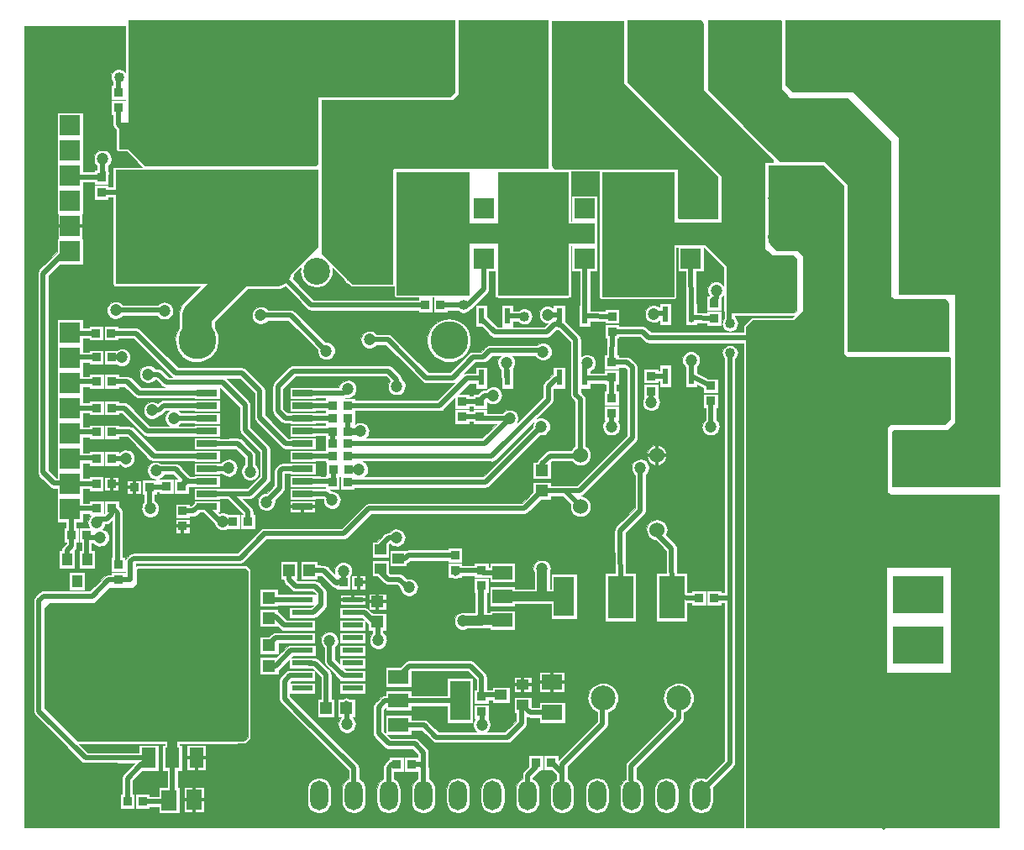
<source format=gbr>
%FSLAX23Y23*%
%MOIN*%
%AMT135*0 Bullet Pad at angle 45*21,1,0.11811,0.25591,0,0,45*%
%ADD135T135*%
%ADD70O,0.07087X0.11811*%
%ADD147O,0.11811X0.19685*%
%ADD22R,0.08000X0.02000*%
%ADD23R,0.08200X0.02000*%
%ADD146R,0.02362X0.06299*%
%ADD19R,0.08000X0.02500*%
%ADD15R,0.03500X0.03500*%
%ADD11R,0.03500X0.03500*%
%ADD20R,0.04500X0.04000*%
%ADD137R,0.04000X0.04800*%
%ADD145R,0.04800X0.04000*%
%ADD21R,0.04500X0.05118*%
%ADD144R,0.05118X0.04500*%
%ADD14R,0.05512X0.07874*%
%ADD142R,0.07874X0.05512*%
%ADD139R,0.05906X0.09843*%
%ADD12R,0.06000X0.08000*%
%ADD17R,0.08000X0.06000*%
%ADD71R,0.07874X0.15748*%
%ADD13R,0.15748X0.07874*%
%AMT81*0 Rectangle Pad at angle 45*21,1,0.07874,0.68898,0,0,45*%
%ADD81T81*%
%ADD186R,0.10000X0.16929*%
%ADD185R,0.20000X0.10000*%
%ADD133R,0.11811X0.19685*%
%AMT120*0 Rectangle Pad at angle 135*21,1,0.11811,0.31496,0,0,135*%
%ADD120T120*%
%ADD130R,0.11811X0.39370*%
%ADD134R,0.11811X1.23622*%
%AMT129*0 Rectangle Pad at angle 45*21,1,0.13780,0.51181,0,0,45*%
%ADD129T129*%
%ADD119R,0.13780X0.98425*%
%ADD187R,0.20000X0.15000*%
%ADD125R,0.15748X0.19685*%
%ADD128R,0.15748X0.23622*%
%ADD131R,0.23622X0.15748*%
%AMT127*0 Rectangle Pad at angle 45*21,1,0.15748,0.27559,0,0,45*%
%ADD127T127*%
%ADD126R,0.29528X0.15748*%
%ADD136R,0.15748X0.66929*%
%ADD123R,0.15748X0.78740*%
%AMT124*0 Rectangle Pad at angle 45*21,1,0.19685,0.27559,0,0,45*%
%ADD124T124*%
%AMT122*0 Rectangle Pad at angle 45*21,1,0.19685,0.39370,0,0,45*%
%ADD122T122*%
%ADD121R,0.51181X0.19685*%
%ADD149R,0.20000X0.20000*%
%ADD140R,0.07874X0.07874*%
%ADD18R,0.08000X0.08000*%
%ADD138R,0.27559X0.27559*%
%ADD115C,0.00004*%
%ADD116C,0.01181*%
%ADD188C,0.01969*%
%ADD73C,0.03937*%
%ADD25C,0.04000*%
%ADD24C,0.04724*%
%ADD148C,0.06000*%
%ADD74C,0.07874*%
%ADD16C,0.09843*%
%ADD141C,0.10630*%
%ADD10C,0.11811*%
%ADD143C,0.15000*%
%ADD72C,0.15748*%
%ADD117C,0.17500*%
%ADD118C,0.20000*%
X000Y000D02*
D02*
D10*
X1026Y2402D02*
X882D01*
X709Y2229*
X710Y2128*
D02*
D11*
X211Y1355D03*
X271D03*
X309Y2156D03*
X310Y1559D03*
X310Y2060D03*
X310Y1659D03*
Y1764D03*
Y1859D03*
Y1964D03*
X311Y1461D03*
X369Y2156D03*
X370Y1559D03*
X370Y2060D03*
X370Y1659D03*
Y1764D03*
Y1859D03*
Y1964D03*
X371Y1461D03*
X434Y297D03*
X460Y1546D03*
X494Y297D03*
X520Y1546D03*
X588Y1548D03*
X648D03*
X852Y1408D03*
X912D03*
X1247Y1565D03*
Y1718D03*
X1247Y1765D03*
X1247Y1818D03*
Y1869D03*
X1248Y1669D03*
X1250Y1615D03*
X1290Y1167D03*
X1307Y1565D03*
Y1718D03*
X1307Y1765D03*
X1307Y1818D03*
Y1869D03*
X1308Y1669D03*
X1310Y1615D03*
X1350Y1167D03*
X1501Y445D03*
X1561D03*
X1616Y2267D03*
X1676D03*
X2056Y453D03*
X2116D03*
X2702Y1106D03*
X2762D03*
D02*
D12*
X599Y302D03*
X699Y304D03*
D02*
D13*
X612Y716D03*
D02*
D14*
X518Y471D03*
X612D03*
X707D03*
D02*
D15*
X330Y2716D03*
Y2776D03*
X397Y1178D03*
Y1238D03*
X397Y3052D03*
Y3112D03*
X653Y1390D03*
Y1450D03*
X1734Y1215D03*
Y1275D03*
X1763Y1826D03*
Y1886D03*
X1833Y1826D03*
Y1886D03*
X1838Y1155D03*
Y1215D03*
X1838Y654D03*
Y714D03*
X2354Y1838D03*
Y1898D03*
X2355Y1980D03*
Y2040D03*
X2357Y2163D03*
Y2223D03*
X2513Y1926D03*
Y1986D03*
X2748Y1887D03*
Y1947D03*
X2762Y2215D03*
Y2275D03*
D02*
D16*
X1026Y2402D03*
X1341D03*
X2320Y708D03*
X2620D03*
X3029Y2380D03*
Y2695D03*
D02*
D17*
X2119Y773D03*
X2119Y651D03*
D02*
D18*
X206Y1458D03*
Y1558D03*
Y1658D03*
Y1758D03*
Y1858D03*
Y1958D03*
Y2058D03*
Y2158D03*
X206Y2480D03*
Y2580D03*
Y2680D03*
Y2780D03*
Y2880D03*
Y2980D03*
D02*
D19*
X749Y1468D03*
Y1518D03*
Y1568D03*
Y1618D03*
Y1668D03*
Y1718D03*
Y1768D03*
Y1818D03*
Y1868D03*
Y1918D03*
X1129Y1468D03*
Y1518D03*
Y1568D03*
Y1618D03*
Y1668D03*
Y1718D03*
Y1768D03*
Y1818D03*
Y1868D03*
Y1918D03*
D02*
D70*
X1194Y321D03*
X1332D03*
X1470D03*
X1608D03*
X1746D03*
X1883D03*
X2021D03*
X2159D03*
X2297D03*
X2435D03*
X2572D03*
X2710D03*
D02*
D71*
X1754Y698D03*
X2166Y1112D03*
D02*
D20*
X1439Y1222D03*
Y1297D03*
X1509Y1262D03*
D02*
D21*
X1074Y1215D03*
X1155Y1215D03*
X1222Y668D03*
X1303Y668D03*
D02*
D22*
X1128Y747D03*
Y797D03*
Y847D03*
Y947D03*
Y997D03*
Y1047D03*
X1128Y1098D03*
X1327Y747D03*
Y797D03*
Y847D03*
Y897D03*
Y947D03*
Y997D03*
Y1047D03*
Y1097D03*
D02*
D23*
X1128Y897D03*
D02*
D24*
X312Y1406D03*
X326Y1345D03*
X335Y2848D03*
X387Y2247D03*
X411Y2060D03*
X427Y1659D03*
X516Y1993D03*
X524Y1460D03*
X532Y1850D03*
X548Y1610D03*
X581Y2245D03*
X608Y578D03*
X618Y1818D03*
X813Y1409D03*
X834Y1621D03*
X921Y1606D03*
X963Y2227D03*
X985Y1486D03*
X1223Y2086D03*
X1235Y936D03*
X1245Y1494D03*
X1290Y1213D03*
X1305Y604D03*
X1308Y1934D03*
X1353Y1615D03*
X1359Y1767D03*
X1394Y2131D03*
X1429Y937D03*
X1502Y1344D03*
X1502Y1945D03*
X1551Y1147D03*
X1766Y1014D03*
X1840Y602D03*
X1885Y1909D03*
X1938Y2039D03*
X1950Y1817D03*
X2076Y1786D03*
X2078Y1221D03*
X2083Y2083D03*
X2102Y2229D03*
X2258Y2037D03*
X2354Y1786D03*
X2469Y1621D03*
X2512Y1882D03*
X2522Y2232D03*
X2670Y2049D03*
X2749Y1786D03*
X2770Y2325D03*
D02*
D25*
X400Y3173D03*
X1768Y2267D03*
X2009Y2223D03*
X2825Y2077D03*
X2825Y2195D03*
D02*
D72*
X3575Y1962D02*
X3554Y1965D01*
X3550Y1962*
X3339*
X3305Y1927*
Y1759*
X3304Y1759*
X3305Y1403*
X3343Y1365*
X3357*
X3575Y1397*
D02*
D73*
X612Y716D02*
Y582D01*
X608Y578*
X612Y716D02*
X611D01*
X611Y715*
X612Y471*
X1766Y1014D02*
X1772D01*
X1774Y1016*
X1839*
X1834Y1023D02*
X1830Y1019D01*
Y1017*
X1921Y1017*
Y1112D02*
X1921D01*
X2166Y1112*
X2078Y1221D02*
Y1112D01*
X1921Y1112*
D02*
D74*
X1847Y2551D02*
X2038D01*
X2038Y2551*
X1847Y2551D02*
X1653D01*
X1847D02*
Y2551D01*
X2244*
X2669Y2551D02*
X2790D01*
X2793Y2553*
X2816*
Y2564*
X2669Y2651D02*
X2686D01*
Y2792*
X2607Y2871*
X2388*
X2248Y3011*
X2248Y3220*
X2816Y2564D02*
Y2544D01*
X2857Y2502*
Y2435*
X2910Y2382*
X2911*
X3029Y2380*
X2816Y2564D02*
Y2564D01*
X2830Y2579*
Y2802*
X2694Y2938*
Y3074*
X2548Y3220*
X3029Y2695D02*
X3169D01*
X3194Y2671*
Y2145*
X3148Y3220D02*
X3650D01*
X3815Y3055*
Y1645*
X3763Y1594*
X3600*
X3596Y1597*
X3575*
X3194Y2145D02*
Y2011D01*
X3194Y2011*
Y1960*
X3575Y1962*
Y2162D02*
X3391D01*
Y2710*
X3115Y2986*
X3040*
X2847Y3179*
X2848*
Y3220*
D02*
D81*
X2462Y3028D03*
D02*
D115*
X025Y195D02*
X2877D01*
Y221*
X2877Y1234*
Y2116*
X2825*
Y2109*
X2834Y2107*
X2843Y2103*
X2850Y2096*
X2855Y2088*
X2857Y2079*
X2856Y2069*
X2852Y2060*
X2846Y2053*
Y451*
X2845Y445*
X2843Y440*
X2839Y435*
X2757Y353*
X2757Y345*
Y298*
X2756Y286*
X2752Y276*
X2746Y266*
X2737Y259*
X2727Y254*
X2716Y251*
X2704*
X2693Y254*
X2683Y259*
X2675Y266*
X2668Y276*
X2664Y286*
X2663Y298*
Y345*
X2620*
Y298*
X2618Y286*
X2614Y276*
X2608Y266*
X2599Y259*
X2589Y254*
X2578Y251*
X2567*
X2556Y254*
X2546Y259*
X2537Y266*
X2531Y276*
X2526Y286*
X2525Y298*
Y345*
X2526Y356*
X2531Y367*
X2537Y376*
X2546Y384*
X2556Y389*
X2567Y392*
X2578*
X2589Y389*
X2599Y384*
X2608Y376*
X2614Y367*
X2618Y356*
X2620Y345*
X2663*
X2664Y357*
X2669Y368*
X2676Y377*
X2685Y385*
X2696Y390*
X2707Y392*
X2719Y391*
X2731Y388*
X2802Y459*
Y1084*
X2792*
Y1076*
X2673*
Y1085*
X2656Y1085*
Y1012*
X2533*
Y1205*
X2572*
X2572Y1293*
X2530Y1334*
X2520Y1336*
X2511Y1341*
X2503Y1348*
X2497Y1357*
X2494Y1367*
X2493Y1377*
X2495Y1387*
X2499Y1397*
X2505Y1405*
X2478Y1432*
X2410Y1363*
X2411Y1205*
X2452*
Y1012*
X2328*
Y1205*
X2367*
X2366Y1372*
X2367Y1378*
X2369Y1383*
X2373Y1387*
X2448Y1462*
Y1593*
X2442Y1599*
X2437Y1606*
X2435Y1613*
X2434Y1621*
X2435Y1631*
X2439Y1640*
X2445Y1647*
X2453Y1653*
X2463Y1656*
X2472Y1657*
X2482Y1655*
X2490Y1650*
X2497Y1643*
X2503Y1647*
X2497Y1657*
X2495Y1668*
X2495Y1679*
X2499Y1689*
X2505Y1698*
X2513Y1706*
X2523Y1710*
X2534Y1712*
X2545Y1710*
X2554Y1706*
X2563Y1700*
X2569Y1692*
X2573Y1682*
X2574Y1672*
X2573Y1661*
X2569Y1652*
X2563Y1644*
X2554Y1637*
X2545Y1633*
X2534Y1632*
X2525Y1633*
X2517Y1636*
X2509Y1641*
X2503Y1647*
X2497Y1643*
X2502Y1635*
X2504Y1626*
X2504Y1617*
X2502Y1608*
X2497Y1600*
X2491Y1593*
Y1453*
X2490Y1448*
X2488Y1442*
X2485Y1438*
X2478Y1432*
X2505Y1405*
X2514Y1412*
X2524Y1416*
X2535Y1417*
X2545Y1416*
X2556Y1412*
X2564Y1405*
X2571Y1396*
X2575Y1386*
X2577Y1376*
X2575Y1365*
X2571Y1355*
X2609Y1317*
X2612Y1313*
X2614Y1307*
X2615Y1302*
X2616Y1205*
X2656*
Y1129*
X2673Y1128*
Y1135*
X2732*
Y1076*
X2733*
Y1135*
X2792*
Y1127*
X2802*
Y1786*
X2784*
X2783Y1776*
X2779Y1766*
X2772Y1759*
X2763Y1753*
X2754Y1750*
X2744*
X2734Y1753*
X2726Y1759*
X2719Y1766*
X2715Y1776*
X2713Y1786*
X2714Y1793*
X2717Y1801*
X2721Y1808*
X2727Y1813*
Y1857*
X2719*
Y1937*
X2694Y1950*
Y1943*
X2647*
Y2022*
X2640Y2030*
X2636Y2039*
X2635Y2049*
X2636Y2059*
X2640Y2068*
X2647Y2076*
X2655Y2081*
X2665Y2084*
X2675*
X2685Y2081*
X2693Y2076*
X2700Y2068*
X2704Y2059*
X2705Y2049*
X2704Y2039*
X2700Y2030*
X2694Y2023*
Y1999*
X2738Y1976*
X2778*
Y1917*
X2719*
Y1916*
X2778*
Y1857*
X2770*
Y1814*
X2776Y1808*
X2780Y1801*
X2783Y1794*
X2784Y1786*
X2802*
Y2054*
X2797Y2062*
X2794Y2071*
X2793Y2080*
X2796Y2089*
X2800Y2097*
X2807Y2103*
X2816Y2107*
X2825Y2109*
Y2116*
X2503*
X2497Y2117*
X2492Y2119*
X2487Y2123*
X2468Y2142*
X2386*
Y2134*
X2378*
X2377Y2070*
X2384*
Y2062*
X2416*
X2422Y2061*
X2427Y2059*
X2431Y2056*
X2452Y2035*
X2455Y2031*
X2457Y2025*
X2458Y2020*
Y1882*
X2477*
X2477Y1890*
X2480Y1897*
X2483Y1903*
Y2016*
X2542*
Y2008*
X2544*
Y2030*
X2592*
Y1943*
X2544*
Y1965*
X2542*
Y1957*
X2483*
Y1956*
X2542*
Y1902*
X2546Y1893*
X2548Y1882*
X2546Y1872*
X2542Y1863*
X2535Y1856*
X2527Y1850*
X2517Y1847*
X2507*
X2497Y1850*
X2489Y1856*
X2482Y1863*
X2478Y1872*
X2477Y1882*
X2458*
Y1740*
X2457Y1734*
X2455Y1729*
X2452Y1725*
X2242Y1515*
X2239Y1512*
X2235Y1510*
X2246Y1508*
X2255Y1503*
X2263Y1496*
X2269Y1487*
X2272Y1477*
X2273Y1467*
X2271Y1456*
X2267Y1447*
X2260Y1439*
X2252Y1432*
X2242Y1428*
X2231Y1427*
X2221Y1428*
X2211Y1432*
X2202Y1439*
X2195Y1447*
X2191Y1457*
X2190Y1468*
X2191Y1479*
X2161Y1509*
X2133*
X2127Y1508*
X2115Y1508*
Y1496*
X2074*
X2030Y1452*
X2030Y1452*
X2023Y1444*
X2018Y1441*
X2013Y1439*
X2007Y1438*
X1402*
X1309Y1344*
X1304Y1341*
X1299Y1339*
X1293Y1338*
X986*
X896Y1247*
X891Y1244*
X886Y1242*
X880Y1241*
X532Y1241*
X532*
X468*
Y1231*
X469Y1231*
X473Y1234*
X477Y1235*
X901*
X906Y1234*
X909Y1231*
X919Y1221*
X922Y1218*
X923Y1213*
Y1072*
X957*
Y1140*
X1032*
Y1120*
X1123*
X1125Y1120*
X1180*
X1169Y1130*
X1101*
X1095Y1131*
X1090Y1133*
X1086Y1137*
X1059Y1163*
X1055Y1170*
X1053Y1178*
X1040*
Y1253*
X1109*
Y1178*
X1106*
X1110Y1174*
X1178*
Y1178*
X1121*
Y1253*
X1189*
Y1237*
X1213Y1236*
X1219Y1236*
X1224Y1233*
X1228Y1230*
X1256Y1202*
X1255Y1207*
X1255Y1213*
X1256Y1223*
X1260Y1232*
X1267Y1239*
X1275Y1245*
X1285Y1248*
X1295*
X1305Y1245*
X1313Y1240*
X1320Y1232*
X1324Y1223*
X1326Y1213*
X1324Y1203*
X1321Y1195*
X1322Y1194*
X1404*
Y1254*
X1474*
Y1294*
X1473*
Y1265*
X1404*
Y1329*
X1424*
X1455Y1360*
X1459Y1363*
X1464Y1365*
X1470Y1366*
X1473*
X1480Y1373*
X1489Y1377*
X1499Y1380*
X1508Y1379*
X1517Y1376*
X1525Y1370*
X1532Y1363*
X1536Y1354*
X1537Y1344*
X1535Y1334*
X1531Y1324*
X1524Y1317*
X1515Y1311*
X1505Y1309*
X1494Y1310*
X1484Y1313*
X1476Y1320*
X1473Y1316*
Y1294*
X1536*
X1542Y1296*
X1547Y1297*
X1705*
Y1304*
X1763*
Y1236*
X1808*
Y1244*
X1867*
Y1228*
X1870Y1228*
Y1245*
X1972*
Y1167*
X1870*
Y1185*
X1867Y1185*
X1867Y1184*
Y1151*
X1972*
Y1143*
X2047Y1143*
Y1205*
X2044Y1213*
X2043Y1221*
X2044Y1231*
X2048Y1241*
X2055Y1248*
X2064Y1254*
X2073Y1256*
X2083*
X2093Y1254*
X2102Y1248*
X2108Y1241*
X2112Y1231*
X2114Y1221*
X2113Y1213*
X2110Y1205*
Y1143*
X2115Y1143*
Y1202*
X2218*
Y1021*
X2115*
Y1080*
X1972Y1080*
Y1072*
X1870*
Y1151*
X1867*
Y1125*
X1860*
X1860Y1048*
X1870Y1048*
Y1056*
X1972*
Y978*
X1870*
Y985*
X1846Y985*
X1839Y984*
X1786*
X1777Y980*
X1768Y978*
X1758Y979*
X1749Y983*
X1742Y988*
X1736Y996*
X1732Y1004*
X1731Y1014*
X1732Y1023*
X1736Y1032*
X1742Y1040*
X1750Y1045*
X1759Y1049*
X1768Y1049*
X1778Y1047*
X1812*
Y1125*
X1808*
Y1184*
X1867*
X1867Y1185*
X1846Y1185*
X1841Y1185*
X1808*
Y1193*
X1763*
Y1186*
X1748*
X1742Y1183*
X1735Y1182*
X1728Y1183*
X1722Y1186*
X1705*
Y1244*
X1763*
Y1246*
X1705*
Y1253*
X1556*
X1549Y1246*
X1543Y1242*
Y1230*
X1474*
Y1254*
X1473*
Y1205*
X1477Y1201*
X1513*
X1519Y1200*
X1524Y1198*
X1529Y1195*
X1542Y1182*
X1551Y1183*
X1560Y1182*
X1569Y1178*
X1576Y1173*
X1582Y1165*
X1585Y1157*
X1587Y1147*
X1585Y1137*
X1581Y1128*
X1575Y1121*
X1566Y1115*
X1557Y1112*
X1547Y1112*
X1537Y1115*
X1529Y1120*
X1522Y1127*
X1517Y1136*
X1516Y1146*
X1504Y1158*
X1468*
X1462Y1158*
X1457Y1160*
X1452Y1164*
X1426Y1190*
X1404*
Y1194*
X1377*
Y1139*
X1322*
Y1194*
X1321Y1195*
X1319Y1192*
Y1137*
X1260*
Y1143*
X1254Y1145*
X1248Y1149*
X1204Y1193*
X1189Y1193*
Y1178*
X1178*
Y1174*
X1184Y1173*
X1189Y1171*
X1194Y1167*
X1218Y1143*
X1221Y1139*
X1224Y1133*
X1224Y1128*
Y1078*
X1224Y1072*
X1221Y1067*
X1218Y1062*
X1187Y1032*
X1184Y1029*
X1179Y1027*
Y1025*
X1076*
X1076Y1019*
X1095Y1019*
X1179*
Y925*
X1099*
X1045Y925*
X1045*
X1034*
Y883*
X1036Y880*
X1068Y912*
X1071Y915*
X1075Y917*
Y919*
X1180*
Y875*
X1092*
X1086Y869*
X1179*
Y867*
X1187Y866*
X1193Y861*
X1218Y836*
X1220Y838*
X1217Y842*
X1214Y848*
X1214Y853*
Y908*
X1208Y914*
X1204Y921*
X1201Y928*
X1200Y936*
X1201Y946*
X1206Y955*
X1212Y963*
X1221Y969*
X1230Y971*
X1240*
X1250Y969*
X1259Y963*
X1265Y955*
X1269Y946*
X1271Y936*
X1276*
Y969*
X1379*
Y975*
X1276*
Y1019*
X1372*
X1366Y1025*
X1276*
Y1069*
X1377*
Y1077*
X1278*
Y1117*
X1377*
Y1069*
X1379*
Y1068*
X1385Y1066*
X1390Y1062*
X1390Y1062*
Y1123*
X1461*
Y1059*
X1393*
X1407Y1045*
X1463*
Y976*
X1449*
Y967*
X1455Y961*
X1460Y954*
X1463Y946*
X1465Y937*
X1463Y927*
X1459Y918*
X1452Y910*
X1444Y905*
X1434Y902*
X1424*
X1414Y905*
X1406Y910*
X1399Y918*
X1395Y927*
X1394Y937*
X1395Y947*
X1399Y956*
X1405Y964*
Y976*
X1388*
Y1003*
X1379Y1011*
Y925*
X1276*
Y936*
X1271*
X1270Y928*
X1267Y921*
X1263Y914*
X1257Y908*
Y862*
X1276Y844*
Y919*
X1379*
Y875*
X1276*
Y869*
X1379*
Y825*
X1294*
X1300Y819*
X1379*
Y775*
X1316*
X1292Y775*
X1292Y775*
Y769*
X1379*
Y725*
X1276*
Y769*
X1292*
Y775*
X1288Y775*
X1276*
Y782*
X1220Y838*
X1218Y836*
X1237Y817*
X1241Y812*
X1243Y807*
X1244Y802*
Y705*
X1268*
Y705*
X1289*
X1295Y708*
X1302Y710*
X1309Y708*
X1315Y705*
X1337*
Y630*
X1329*
X1335Y623*
X1339Y614*
X1340Y604*
X1339Y594*
X1334Y585*
X1328Y577*
X1319Y572*
X1310Y569*
X1300*
X1290Y572*
X1281Y577*
X1275Y585*
X1271Y594*
X1269Y604*
X1271Y614*
X1275Y623*
X1281Y630*
X1268*
Y705*
X1256*
Y630*
X1188*
Y705*
X1200*
Y793*
X1179Y814*
Y775*
X1086*
X1080Y769*
X1179*
Y725*
X1078*
Y714*
X1126Y667*
X1129Y664*
X1348Y445*
X1351Y441*
X1353Y436*
X1354Y430*
Y387*
X1363Y381*
X1370Y374*
X1375Y365*
X1378Y355*
X1379Y345*
X1423*
X1424Y355*
X1427Y365*
X1433Y374*
X1440Y381*
X1448Y387*
Y432*
X1449Y438*
X1451Y443*
X1455Y447*
X1467Y460*
X1472Y464*
Y474*
X1586*
Y484*
X1565Y506*
X1470*
X1464Y506*
X1459Y508*
X1455Y512*
X1415Y552*
X1411Y557*
X1409Y562*
X1408Y567*
Y672*
X1409Y678*
X1411Y683*
X1415Y687*
X1440Y713*
X1444Y716*
X1449Y718*
X1455Y719*
X1458*
Y737*
X1560*
Y719*
X1703*
Y788*
X1805*
Y610*
X1808Y617*
X1812Y625*
X1809*
Y743*
X1817*
Y782*
X1785Y814*
X1562*
X1560Y812*
Y752*
X1458*
Y831*
X1518*
X1538Y851*
X1542Y855*
X1547Y857*
X1553Y858*
X1794*
X1799Y857*
X1804Y855*
X1809Y851*
X1854Y806*
X1857Y802*
X1859Y797*
X1860Y791*
Y743*
X1868*
Y741*
X1880*
Y752*
X1969*
Y790*
X2069*
Y813*
X2168*
Y733*
X2069*
Y790*
X2037*
Y730*
X1969*
Y752*
X1952*
Y688*
X1880*
Y698*
X1868*
Y685*
X1809*
Y683*
X1868*
Y625*
X1868*
X1873Y616*
X1875Y607*
X1875Y598*
X1873Y589*
X1868Y580*
X1861Y574*
X1932*
X1935Y578*
X1976Y616*
Y648*
X1967*
Y712*
X2039*
Y673*
X2039Y673*
X2067*
Y693*
X2171*
Y609*
X2067*
Y629*
X2030*
X2024Y630*
X2019Y632*
Y607*
X2018Y601*
X2016Y596*
X2012Y592*
X1970Y551*
X1966Y544*
X1958Y537*
X1954Y533*
X1948Y531*
X1943Y530*
X1659*
X1653Y531*
X1648Y533*
X1644Y537*
X1601Y579*
X1560*
Y563*
X1464*
X1479Y549*
X1574*
X1580Y548*
X1585Y546*
X1589Y543*
X1623Y509*
X1627Y504*
X1629Y499*
X1629Y493*
Y437*
X1630Y433*
X1630Y387*
X1638Y381*
X1645Y374*
X1651Y365*
X1654Y355*
X1655Y345*
X1698*
X1700Y356*
X1704Y367*
X1710Y376*
X1719Y384*
X1729Y389*
X1740Y392*
X1751*
X1762Y389*
X1772Y384*
X1781Y376*
X1787Y367*
X1792Y356*
X1793Y345*
X1836*
X1838Y356*
X1842Y367*
X1848Y376*
X1857Y384*
X1867Y389*
X1878Y392*
X1889*
X1900Y389*
X1910Y384*
X1919Y376*
X1925Y367*
X1929Y356*
X1931Y345*
X1974*
X1975Y355*
X1978Y365*
X1984Y374*
X1991Y381*
X2000Y387*
X2000Y400*
X2001Y406*
X2003Y411*
X2006Y415*
X2026Y436*
Y482*
X2145*
Y463*
X2298Y615*
Y651*
X2287Y657*
X2277Y665*
X2270Y674*
X2264Y684*
X2260Y696*
X2259Y708*
X2261Y722*
X2265Y734*
X2273Y746*
X2282Y756*
X2294Y763*
X2307Y768*
X2320Y769*
X2334Y768*
X2347Y763*
X2358Y756*
X2368Y746*
X2375Y734*
X2380Y722*
X2381Y708*
X2380Y696*
X2376Y684*
X2370Y673*
X2362Y663*
X2352Y656*
X2341Y651*
Y606*
X2340Y601*
X2338Y596*
X2335Y591*
X2181Y437*
Y387*
X2189Y381*
X2196Y374*
X2202Y365*
X2205Y355*
X2206Y345*
X2250*
X2251Y356*
X2255Y367*
X2261Y376*
X2270Y384*
X2280Y389*
X2291Y392*
X2302*
X2314Y389*
X2324Y384*
X2332Y376*
X2339Y367*
X2343Y356*
X2344Y345*
X2387*
X2388Y355*
X2392Y364*
X2397Y373*
X2403Y381*
X2412Y386*
X2411Y439*
X2411Y444*
X2413Y450*
X2417Y454*
X2599Y636*
Y651*
X2588Y656*
X2578Y664*
X2570Y673*
X2564Y684*
X2561Y696*
X2559Y708*
X2561Y722*
X2565Y734*
X2573Y746*
X2582Y756*
X2594Y763*
X2607Y768*
X2620Y769*
X2634Y768*
X2647Y763*
X2658Y756*
X2668Y746*
X2675Y734*
X2680Y722*
X2681Y708*
X2680Y696*
X2676Y684*
X2671Y673*
X2663Y664*
X2653Y656*
X2642Y651*
Y627*
X2641Y622*
X2639Y616*
X2636Y612*
X2454Y430*
X2455Y388*
X2464Y382*
X2471Y375*
X2477Y366*
X2481Y356*
X2482Y345*
Y298*
X2480Y286*
X2476Y276*
X2470Y266*
X2461Y259*
X2451Y254*
X2440Y251*
X2429*
X2418Y254*
X2408Y259*
X2399Y266*
X2393Y276*
X2389Y286*
X2387Y298*
Y345*
X2344*
Y298*
X2343Y286*
X2339Y276*
X2332Y266*
X2324Y259*
X2314Y254*
X2302Y251*
X2291*
X2280Y254*
X2270Y259*
X2261Y266*
X2255Y276*
X2251Y286*
X2250Y298*
Y345*
X2206*
Y298*
X2205Y286*
X2201Y276*
X2194Y266*
X2186Y259*
X2176Y254*
X2165Y251*
X2153*
X2142Y254*
X2132Y259*
X2124Y266*
X2117Y276*
X2113Y286*
X2112Y298*
Y345*
X2113Y355*
X2116Y365*
X2121Y373*
X2128Y381*
X2136Y386*
X2136Y404*
X2117Y423*
X2086*
Y482*
X2085*
Y423*
X2074*
X2071Y419*
X2043Y391*
X2043Y387*
X2052Y381*
X2059Y374*
X2064Y365*
X2067Y355*
X2068Y345*
Y298*
X2067Y286*
X2063Y276*
X2057Y266*
X2048Y259*
X2038Y254*
X2027Y251*
X2016*
X2004Y254*
X1994Y259*
X1986Y266*
X1979Y276*
X1975Y286*
X1974Y298*
Y345*
X1931*
Y298*
X1929Y286*
X1925Y276*
X1919Y266*
X1910Y259*
X1900Y254*
X1889Y251*
X1878*
X1867Y254*
X1857Y259*
X1848Y266*
X1842Y276*
X1838Y286*
X1836Y298*
Y345*
X1793*
Y298*
X1792Y286*
X1787Y276*
X1781Y266*
X1772Y259*
X1762Y254*
X1751Y251*
X1740*
X1729Y254*
X1719Y259*
X1710Y266*
X1704Y276*
X1700Y286*
X1698Y298*
Y345*
X1655*
Y298*
X1654Y286*
X1650Y276*
X1643Y266*
X1635Y259*
X1625Y254*
X1614Y251*
X1602*
X1591Y254*
X1581Y259*
X1572Y266*
X1566Y276*
X1562Y286*
X1561Y298*
Y345*
X1562Y355*
X1565Y365*
X1570Y374*
X1578Y381*
X1586Y387*
Y415*
X1532*
Y474*
X1531*
Y415*
X1492*
Y387*
X1500Y381*
X1507Y374*
X1513Y365*
X1516Y355*
X1517Y345*
Y298*
X1516Y286*
X1512Y276*
X1505Y266*
X1497Y259*
X1487Y254*
X1476Y251*
X1464*
X1453Y254*
X1443Y259*
X1435Y266*
X1428Y276*
X1424Y286*
X1423Y298*
Y345*
X1379*
Y298*
X1378Y286*
X1374Y276*
X1368Y266*
X1359Y259*
X1349Y254*
X1338Y251*
X1327*
X1315Y254*
X1305Y259*
X1297Y266*
X1290Y276*
X1286Y286*
X1285Y298*
X1242*
X1240Y286*
X1236Y276*
X1230Y266*
X1221Y259*
X1211Y254*
X1200Y251*
X1189*
X1178Y254*
X1168Y259*
X1159Y266*
X1153Y276*
X1149Y286*
X1147Y298*
Y345*
X1149Y356*
X1153Y367*
X1159Y376*
X1168Y384*
X1178Y389*
X1189Y392*
X1200*
X1211Y389*
X1221Y384*
X1230Y376*
X1236Y367*
X1240Y356*
X1242Y345*
Y298*
X1285*
Y345*
X1286Y355*
X1289Y365*
X1295Y374*
X1302Y381*
X1311Y387*
Y421*
X1100Y631*
X1098Y634*
X1041Y690*
X1038Y694*
X1036Y700*
X1035Y705*
Y776*
X1036Y782*
X1038Y787*
X1041Y791*
X1062Y812*
X1068Y817*
X1076Y819*
Y819*
X1174*
X1169Y824*
X1134Y825*
X1076*
Y859*
X1037Y820*
X1034Y818*
Y802*
X959*
Y871*
X1026*
X1036Y880*
X1034Y883*
X959*
Y951*
X995*
X1005Y962*
X1010Y965*
X1015Y968*
X1021Y968*
X1045*
X1076Y968*
Y969*
X1179*
Y975*
X1076*
Y976*
X1055Y976*
X1049Y976*
X1044Y979*
X1040Y982*
X1031Y991*
X957*
Y1060*
X1032*
Y1050*
X1036Y1047*
X1064Y1019*
X1076Y1019*
X1076Y1025*
Y1069*
X1163*
X1170Y1076*
X1076*
Y1076*
X1032*
Y1072*
X923*
Y859*
X922Y855*
Y552*
X921Y547*
X918Y543*
X904Y530*
X900Y528*
X896Y527*
X844Y526*
X844*
X669*
Y520*
X744*
Y421*
X669*
Y526*
X643*
X643Y522*
X652*
Y419*
X635*
Y354*
X641*
Y254*
X659*
Y354*
X739*
Y254*
X641*
Y250*
X557*
Y276*
X523*
Y268*
X464*
Y327*
X523*
Y319*
X557*
Y354*
X591*
Y419*
X573*
Y522*
X580*
X580Y526*
X242*
X276Y493*
X324*
X324*
X478Y492*
Y522*
X557*
Y419*
X494*
X455Y380*
Y327*
X463*
Y268*
X404*
Y327*
X412*
Y389*
X413Y395*
X415Y400*
X418Y405*
X463Y449*
X324Y450*
X267*
X261Y450*
X256Y453*
X252Y456*
X067Y640*
X064Y645*
X062Y650*
X061Y656*
Y1095*
X062Y1100*
X064Y1105*
X067Y1110*
X086Y1128*
X090Y1132*
X096Y1134*
X101Y1135*
X202*
Y1207*
X266*
Y1135*
X202*
Y1135*
X286*
X344Y1193*
X349Y1196*
X354Y1199*
X359Y1199*
X367*
Y1207*
X425*
Y1208*
X367*
Y1267*
X373*
Y1410*
X366Y1404*
X362Y1400*
X357Y1398*
X351Y1397*
X346*
X344Y1390*
X340Y1384*
X335Y1379*
X343Y1375*
X351Y1370*
X357Y1362*
X360Y1354*
X361Y1345*
X360Y1335*
X356Y1326*
X350Y1318*
X342Y1313*
X333Y1310*
X323Y1309*
X313Y1311*
X305Y1316*
X298Y1323*
X293*
Y1294*
X306*
Y1222*
X242*
Y1294*
X250*
Y1326*
X242*
Y1385*
X283*
X279Y1394*
X276Y1404*
X277Y1414*
X281Y1423*
X287Y1431*
X282*
Y1439*
X258*
Y1406*
X232*
X232Y1385*
X241*
Y1326*
X233*
Y1311*
X232Y1305*
X230Y1300*
X227Y1296*
X224Y1294*
X226*
Y1222*
X162*
Y1294*
X172*
X172Y1294*
X173Y1300*
X175Y1305*
X179Y1309*
X190Y1320*
Y1326*
X182*
Y1385*
X189*
X189Y1406*
X154*
Y1539*
X141Y1539*
X133Y1541*
X127Y1546*
X083Y1589*
X080Y1594*
X078Y1599*
X077Y1604*
Y2393*
X078Y2398*
X080Y2403*
X083Y2408*
X155Y2479*
Y2532*
X157*
Y2629*
X155*
Y3032*
X258*
Y2797*
X300*
Y2805*
X313*
Y2820*
X308Y2825*
X303Y2832*
X300Y2840*
X300Y2848*
X301Y2858*
X305Y2867*
X312Y2875*
X320Y2880*
X330Y2883*
X340*
X350Y2880*
X358Y2875*
X365Y2867*
X369Y2858*
X370Y2848*
X370Y2840*
X367Y2832*
X362Y2825*
X357Y2820*
Y2805*
X359*
Y2801*
X361Y2795*
Y2788*
X359Y2782*
Y2746*
X300*
Y2754*
X258*
Y2629*
X256*
Y2532*
X258*
Y2429*
X165*
X120Y2384*
Y1613*
X151Y1582*
X154Y1582*
Y2210*
X258*
Y2178*
X280*
Y2186*
X398*
Y2178*
X467*
X472Y2177*
X478Y2175*
X482Y2172*
X634Y2020*
X889*
X894Y2019*
X899Y2017*
X904Y2013*
X975Y1943*
X978Y1938*
X980Y1933*
X981Y1927*
Y1830*
X1072Y1739*
X1077*
Y1793*
X1180*
Y1790*
X1218Y1790*
Y1795*
X1218*
Y1797*
X1180*
Y1794*
X1077*
Y1797*
X1060*
X1054Y1797*
X1049Y1800*
X1045Y1803*
X1016Y1832*
X1012Y1837*
X1010Y1842*
X1009Y1847*
Y1945*
X1010Y1951*
X1012Y1956*
X1016Y1960*
X1076Y2021*
X1081Y2024*
X1086Y2027*
X1092Y2027*
X1223*
Y2051*
X1213Y2052*
X1204Y2056*
X1196Y2063*
X1191Y2071*
X1188Y2081*
X1188Y2091*
X1073Y2205*
X991*
X984Y2198*
X976Y2194*
X966Y2192*
X957Y2192*
X947Y2195*
X939Y2201*
X933Y2208*
X929Y2217*
X928Y2227*
X929Y2237*
X933Y2245*
X939Y2253*
X947Y2259*
X957Y2262*
X966Y2262*
X976Y2260*
X984Y2255*
X991Y2249*
X1082*
X1088Y2248*
X1093Y2246*
X1098Y2242*
X1218Y2121*
X1228Y2121*
X1238Y2118*
X1246Y2113*
X1253Y2105*
X1257Y2096*
X1258Y2086*
X1257Y2077*
X1253Y2069*
X1248Y2061*
X1240Y2056*
X1232Y2052*
X1223Y2051*
Y2027*
X1469*
X1474Y2027*
X1480Y2024*
X1484Y2021*
X1518Y1987*
X1522Y1981*
X1524Y1973*
X1530Y1967*
X1534Y1961*
X1537Y1953*
X1538Y1945*
X1536Y1935*
X1532Y1926*
X1526Y1918*
X1517Y1913*
X1507Y1910*
X1497*
X1488Y1913*
X1479Y1918*
X1472Y1926*
X1468Y1935*
X1467Y1945*
X1468Y1953*
X1471Y1961*
X1476Y1968*
X1460Y1984*
X1101*
X1053Y1936*
Y1856*
X1069Y1840*
X1077*
Y1843*
X1180*
Y1840*
X1218*
Y1847*
X1180*
Y1844*
X1077*
Y1893*
X1180*
Y1890*
X1218*
Y1897*
X1180*
Y1894*
X1077*
Y1943*
X1180*
Y1940*
X1273*
X1276Y1950*
X1282Y1959*
X1290Y1965*
X1300Y1969*
X1311Y1970*
X1321Y1967*
X1330Y1962*
X1337Y1954*
X1342Y1945*
X1343Y1934*
X1342Y1924*
X1338Y1915*
X1331Y1907*
X1322Y1902*
X1312Y1899*
X1302Y1899*
X1299Y1898*
X1337*
Y1890*
X1664*
X1735Y1961*
X1730Y1958*
X1724Y1958*
X1619*
X1613Y1958*
X1608Y1960*
X1604Y1964*
X1458Y2109*
X1422*
X1415Y2102*
X1407Y2098*
X1397Y2095*
X1387Y2096*
X1378Y2099*
X1370Y2105*
X1364Y2112*
X1360Y2121*
X1359Y2131*
X1360Y2140*
X1364Y2149*
X1370Y2157*
X1378Y2162*
X1387Y2166*
X1397Y2166*
X1407Y2164*
X1415Y2159*
X1422Y2152*
X1467*
X1473Y2152*
X1478Y2150*
X1483Y2146*
X1628Y2001*
X1715*
X1776Y2062*
X1771Y2066*
X1761Y2057*
X1749Y2050*
X1737Y2045*
X1723Y2042*
X1710Y2041*
X1694Y2042*
X1678Y2047*
X1664Y2054*
X1651Y2063*
X1640Y2075*
X1632Y2089*
X1626Y2104*
X1623Y2120*
Y2136*
X1626Y2151*
X1632Y2166*
X1640Y2180*
X1651Y2192*
X1664Y2201*
X1678Y2209*
X1694Y2213*
X1710Y2214*
X1725Y2213*
X1741Y2209*
X1755Y2202*
X1767Y2193*
X1778Y2181*
X1787Y2168*
X1793Y2154*
X1796Y2138*
X1796Y2122*
X1794Y2107*
X1789Y2092*
X1781Y2078*
X1771Y2066*
X1776Y2062*
X1791Y2077*
X1795Y2080*
X1800Y2082*
X1806Y2083*
X1837*
X1856Y2102*
X1860Y2106*
X1866Y2108*
X1871Y2109*
X2059*
X2068Y2115*
X2077Y2118*
X2088Y2118*
X2098Y2115*
X2106Y2110*
X2113Y2102*
X2117Y2093*
X2119Y2083*
X2117Y2073*
X2113Y2063*
X2106Y2056*
X2097Y2050*
X2087Y2048*
X2077Y2048*
X2067Y2051*
X2059Y2057*
X2052Y2065*
X1961*
X1967Y2058*
X1971Y2050*
X1973Y2041*
X1972Y2032*
X1969Y2023*
X1964Y2015*
Y1936*
X1917*
Y1976*
X1916Y1980*
Y2008*
X1916Y2011*
X1909Y2018*
X1904Y2027*
X1902Y2038*
X1903Y2048*
X1907Y2057*
X1914Y2065*
X1880*
X1861Y2046*
X1856Y2043*
X1851Y2041*
X1846Y2040*
X1815*
X1771Y1996*
X1776Y1998*
X1783Y1999*
X1814*
Y2023*
X1862*
Y1936*
X1814*
Y1956*
X1792*
X1751Y1915*
X1792*
Y1907*
X1804Y1907*
Y1915*
X1826*
X1835Y1924*
X1839Y1928*
X1845Y1930*
X1850Y1930*
X1857*
X1864Y1937*
X1873Y1942*
X1882Y1944*
X1892Y1944*
X1901Y1940*
X1909Y1935*
X1916Y1927*
X1919Y1918*
X1921Y1909*
X1919Y1899*
X1915Y1890*
X1909Y1882*
X1900Y1877*
X1891Y1874*
X1881Y1874*
X1871Y1876*
X1863Y1881*
Y1856*
X1804*
Y1864*
X1792Y1864*
Y1856*
X1733*
Y1898*
X1688Y1853*
X1684Y1849*
X1679Y1847*
X1673Y1847*
X1337*
Y1795*
X1345Y1800*
X1355Y1803*
X1365Y1802*
X1374Y1799*
X1382Y1794*
X1389Y1786*
X1393Y1777*
X1394Y1767*
X1393Y1759*
X1390Y1752*
X1386Y1745*
X1380Y1740*
X1842*
X1898Y1795*
X1842*
X1836Y1796*
X1804*
Y1804*
X1792Y1804*
Y1796*
X1733*
Y1855*
X1792*
Y1847*
X1804Y1847*
Y1855*
X1863*
Y1839*
X1922*
X1929Y1846*
X1939Y1851*
X1949Y1852*
X1960Y1851*
X1969Y1847*
X1977Y1840*
X1983Y1831*
X1985Y1821*
X1985Y1810*
X1981Y1800*
X2083Y1902*
X2083Y1944*
X2083Y1950*
X2085Y1955*
X2089Y1960*
X2120Y1991*
X2123Y1994*
Y2023*
X2171*
Y1936*
X2127*
X2126Y1935*
X2126Y1893*
X2126Y1888*
X2123Y1882*
X2120Y1878*
X2059Y1817*
X2069Y1820*
X2079Y1821*
X2089Y1818*
X2098Y1813*
X2105Y1805*
X2110Y1796*
X2111Y1786*
X2110Y1776*
X2106Y1767*
X2099Y1759*
X2091Y1753*
X2081Y1751*
X2071Y1750*
X1886Y1565*
X1882Y1562*
X1870Y1550*
X1866Y1546*
X1860Y1544*
X1855Y1543*
X1336*
Y1536*
X1278*
Y1586*
X1276*
Y1536*
X1237*
X1238Y1535*
X1243Y1530*
X1252Y1529*
X1262Y1526*
X1269Y1520*
X1276Y1513*
X1279Y1504*
X1281Y1494*
X1279Y1484*
X1275Y1475*
X1268Y1467*
X1260Y1462*
X1250Y1459*
X1240*
X1230Y1462*
X1222Y1467*
X1215Y1475*
X1211Y1484*
X1210Y1494*
X1210Y1498*
X1180*
Y1494*
X1079*
Y1491*
X1178*
Y1446*
X1079*
Y1494*
X1077*
Y1543*
X1180*
Y1541*
X1218*
Y1546*
X1180Y1546*
Y1544*
X1077*
Y1597*
X1059*
Y1541*
X1058Y1536*
X1056Y1531*
X1053Y1526*
X1020Y1493*
X1021Y1486*
X1019Y1476*
X1015Y1467*
X1009Y1459*
X1000Y1454*
X990Y1451*
X980*
X971Y1454*
X962Y1459*
X956Y1467*
X951Y1476*
X950Y1486*
X951Y1495*
X955Y1504*
X961Y1511*
X968Y1517*
X977Y1520*
X987Y1521*
X1016Y1550*
Y1607*
X1016Y1612*
X1019Y1618*
X1022Y1622*
X1034Y1634*
X1038Y1637*
X1043Y1639*
X1049Y1640*
X1077*
Y1643*
X1180*
Y1594*
X1077*
Y1593*
X1180*
Y1590*
X1218Y1589*
Y1594*
X1220*
Y1640*
X1218*
Y1647*
X1180Y1647*
Y1644*
X1077*
Y1693*
X1180*
Y1690*
X1218Y1690*
Y1747*
X1180Y1747*
Y1744*
X1077*
Y1743*
X1180*
Y1694*
X1077*
Y1696*
X1063*
X1058Y1696*
X1052Y1699*
X1048Y1702*
X944Y1806*
X941Y1811*
X938Y1816*
X938Y1821*
Y1918*
X880Y1976*
X827Y1976*
X916Y1887*
X919Y1883*
X922Y1878*
X922Y1872*
Y1782*
X995Y1709*
X998Y1705*
X1000Y1699*
X1001Y1694*
Y1579*
X1000Y1573*
X998Y1568*
X995Y1564*
X934Y1503*
X930Y1500*
X925Y1497*
X919Y1497*
X893*
X928Y1462*
X931Y1458*
X933Y1453*
X934Y1447*
Y1438*
X942*
Y1379*
X832*
X823Y1375*
X814Y1374*
X804Y1375*
X796Y1378*
X788Y1384*
X782Y1391*
X779Y1400*
X735Y1444*
X721*
X711Y1435*
X707Y1431*
X702Y1429*
X696Y1428*
X682*
Y1421*
X626*
Y1417*
X680*
Y1362*
X626*
Y1421*
X624*
Y1479*
X682*
Y1472*
X687*
X697Y1481*
Y1493*
X800*
Y1444*
X796*
X799Y1442*
X807Y1444*
X817Y1444*
X826Y1442*
X834Y1438*
X882*
Y1379*
X883*
Y1438*
X891*
Y1438*
X832Y1497*
X800*
Y1494*
X697*
Y1543*
X800*
Y1540*
X815Y1540*
X815*
X819*
X824Y1541*
X840*
X845Y1540*
X910*
X958Y1588*
Y1685*
X885Y1757*
X882Y1762*
X880Y1767*
X879Y1773*
Y1863*
X803Y1939*
X800*
Y1894*
X697*
Y1897*
X478*
X472Y1898*
X467Y1900*
X463Y1904*
X423Y1943*
X400*
Y1935*
X341*
Y1994*
X400*
Y1986*
X432*
X438Y1986*
X443Y1983*
X448Y1980*
X487Y1941*
X581*
X577Y1943*
X573Y1946*
X547Y1972*
X545*
X538Y1965*
X529Y1960*
X519Y1958*
X510Y1959*
X501Y1962*
X492Y1967*
X486Y1975*
X482Y1984*
X481Y1993*
X482Y2003*
X486Y2012*
X492Y2020*
X501Y2025*
X510Y2028*
X519Y2029*
X529Y2027*
X538Y2022*
X545Y2015*
X556*
X562Y2014*
X567Y2012*
X572Y2009*
X598Y1983*
X610Y1983*
X458Y2135*
X398*
Y2127*
X340*
Y2186*
X338*
Y2127*
X280*
Y2135*
X258*
Y2081*
X281*
Y2089*
X390*
X399Y2093*
X408Y2095*
X418Y2095*
X427Y2091*
X435Y2086*
X441Y2078*
X445Y2070*
X446Y2060*
X445Y2051*
X441Y2042*
X436Y2034*
X428Y2029*
X419Y2025*
X410Y2025*
X400Y2026*
X392Y2030*
X341*
Y2089*
X339*
Y2030*
X281*
Y2038*
X258*
Y1986*
X281*
Y1994*
X340*
Y1935*
X281*
Y1943*
X258*
Y1881*
X281*
Y1889*
X400*
Y1880*
X422*
X428Y1880*
X433Y1878*
X438Y1874*
X522Y1789*
X597*
X590Y1796*
X585Y1805*
X583Y1814*
X583Y1824*
X586Y1833*
X591Y1841*
X598Y1848*
X586Y1848*
X573Y1834*
X567Y1830*
X560Y1828*
X553Y1821*
X545Y1817*
X535Y1814*
X526Y1815*
X516Y1818*
X508Y1824*
X502Y1831*
X498Y1840*
X497Y1850*
X498Y1860*
X502Y1869*
X509Y1876*
X517Y1882*
X527Y1885*
X536Y1885*
X546Y1882*
X555Y1877*
X562Y1885*
X567Y1888*
X572Y1890*
X578Y1891*
X697Y1890*
Y1893*
X800*
Y1844*
X697*
Y1847*
X638Y1847*
X642Y1844*
X646Y1840*
X697*
Y1843*
X800*
Y1794*
X697*
Y1797*
X646*
X639Y1789*
X697*
Y1793*
X800*
Y1744*
X697*
Y1746*
X513*
X508Y1747*
X502Y1749*
X498Y1752*
X413Y1837*
X400*
Y1830*
X341*
Y1889*
X340*
Y1830*
X281*
Y1838*
X258*
Y1786*
X281*
Y1793*
X400*
Y1787*
X443*
X449Y1786*
X454Y1784*
X459Y1781*
X548Y1690*
X697*
Y1743*
X800*
Y1739*
X873Y1740*
X878Y1739*
X884Y1737*
X888Y1734*
X936Y1686*
X940Y1681*
X942Y1676*
X942Y1670*
Y1634*
X948Y1628*
X953Y1622*
X955Y1614*
X956Y1606*
X955Y1596*
X951Y1587*
X944Y1579*
X936Y1574*
X926Y1571*
X916*
X906Y1574*
X898Y1579*
X891Y1587*
X887Y1596*
X885Y1606*
X886Y1614*
X889Y1622*
X893Y1628*
X899Y1634*
Y1661*
X864Y1696*
X800Y1696*
Y1694*
X697*
Y1693*
X800*
Y1640*
X804*
X811Y1648*
X819Y1653*
X829Y1656*
X839Y1657*
X849Y1654*
X857Y1648*
X864Y1641*
X868Y1631*
X870Y1621*
X868Y1611*
X864Y1602*
X857Y1594*
X847Y1588*
X837Y1586*
X827Y1587*
X817Y1590*
X809Y1597*
X800*
Y1594*
X697*
Y1643*
X800*
Y1644*
X697*
Y1647*
X548*
Y1646*
X555Y1645*
X562Y1643*
X569Y1639*
X625*
X631Y1638*
X637Y1636*
X641Y1632*
X677Y1592*
X684Y1589*
X697*
Y1593*
X800*
Y1544*
X697*
Y1546*
X678*
X677Y1546*
Y1518*
X619*
Y1577*
X632*
X615Y1596*
X580*
X575Y1588*
X568Y1581*
X560Y1577*
X617*
Y1518*
X559*
Y1524*
X550Y1524*
Y1516*
X542*
Y1490*
X549Y1484*
X555Y1477*
X558Y1469*
X559Y1460*
X558Y1450*
X554Y1440*
X547Y1433*
X539Y1427*
X529Y1424*
X519*
X509Y1427*
X501Y1433*
X494Y1440*
X490Y1450*
X489Y1460*
X490Y1469*
X493Y1477*
X499Y1485*
Y1516*
X491*
Y1518*
X433*
Y1573*
X488*
Y1518*
X491*
Y1575*
X544*
X534Y1578*
X526Y1583*
X519Y1590*
X515Y1598*
X513Y1608*
X513Y1617*
X516Y1626*
X522Y1634*
X529Y1641*
X538Y1644*
X548Y1646*
Y1647*
X539*
X533Y1648*
X528Y1650*
X523Y1653*
X434Y1744*
X400*
Y1735*
X341*
Y1793*
X340*
Y1735*
X281*
Y1743*
X258*
Y1682*
X281*
Y1688*
X400*
Y1681*
X407Y1688*
X415Y1692*
X425Y1694*
X434Y1693*
X444Y1690*
X451Y1685*
X457Y1677*
X461Y1668*
X463Y1659*
X461Y1649*
X457Y1640*
X451Y1633*
X444Y1627*
X434Y1624*
X425Y1623*
X415Y1625*
X407Y1630*
X400Y1636*
Y1629*
X341*
Y1688*
X340*
Y1629*
X281*
Y1638*
X258*
Y1580*
X280Y1580*
Y1588*
X339*
Y1531*
X342*
Y1586*
X397*
Y1531*
X339*
Y1529*
X280*
Y1537*
X258Y1537*
Y1482*
X282*
Y1490*
X341*
Y1441*
X342*
Y1490*
X401*
Y1468*
X410Y1458*
X414Y1453*
X416Y1448*
X416Y1443*
Y1267*
X426*
Y1259*
X428Y1263*
X431Y1266*
X443Y1278*
X447Y1281*
X452Y1283*
X458Y1284*
X532*
X871Y1284*
X957Y1370*
X962Y1376*
X968Y1380*
X976Y1381*
X1284*
X1378Y1475*
X1382Y1478*
X1388Y1480*
X1393Y1481*
X1998*
X2000Y1482*
X2040Y1524*
Y1565*
X2115*
Y1552*
X2170*
X2172Y1552*
X2218*
X2415Y1749*
Y2011*
X2407Y2019*
X2384*
Y2011*
X2325*
Y2070*
X2334*
X2335Y2134*
X2327*
Y2193*
X2386*
Y2185*
X2477*
X2483Y2184*
X2488Y2182*
X2492Y2179*
X2512Y2160*
X2877*
Y2179*
X2878Y2184*
X2880Y2188*
X2907Y2215*
X2911Y2217*
X2916Y2218*
X3073*
X3079Y2225*
X3079*
X2845*
Y2220*
X2851Y2213*
X2855Y2204*
X2857Y2195*
X2855Y2185*
X2851Y2176*
X2844Y2169*
X2835Y2164*
X2825Y2163*
X2815Y2164*
X2806Y2169*
X2799Y2176*
X2795Y2185*
X2793Y2195*
X2794Y2203*
X2797Y2210*
X2801Y2216*
Y2239*
X2800Y2242*
X2799Y2245*
Y2306*
X2796Y2301*
X2791Y2297*
Y2294*
X2791Y2289*
Y2246*
X2732*
Y2304*
X2741*
X2737Y2311*
X2735Y2318*
X2734Y2325*
X2736Y2335*
X2740Y2344*
X2746Y2352*
X2755Y2358*
X2765Y2360*
X2775Y2360*
X2784Y2358*
X2793Y2352*
X2799Y2345*
Y2417*
X2721Y2496*
X2720*
Y2400*
X2691*
X2692Y2274*
X2694*
Y2238*
X2732Y2237*
Y2244*
X2791*
Y2186*
X2732*
Y2194*
X2694Y2195*
Y2187*
X2672*
X2670*
X2647*
Y2274*
X2648*
X2648Y2400*
X2618*
Y2496*
X2611*
Y2303*
X2610Y2298*
X2608Y2294*
X2604Y2292*
X2600Y2291*
X2544*
Y2274*
X2592*
Y2187*
X2544*
Y2204*
X2536Y2199*
X2526Y2197*
X2516Y2197*
X2507Y2200*
X2499Y2206*
X2492Y2213*
X2488Y2222*
X2487Y2232*
X2488Y2242*
X2492Y2251*
X2499Y2258*
X2507Y2264*
X2516Y2267*
X2526Y2267*
X2536Y2265*
X2544Y2260*
Y2291*
X2317*
X2312Y2292*
X2308Y2294*
X2306Y2298*
X2305Y2303*
Y2508*
X2305Y2511*
Y2794*
X2306Y2797*
X2194*
X2195Y2794*
Y2602*
X2196*
Y2702*
X2298*
Y2400*
X2271*
Y2267*
X2273*
Y2246*
X2327Y2245*
Y2253*
X2386*
Y2194*
X2327*
Y2202*
X2273Y2203*
Y2180*
X2226*
Y2267*
X2228*
Y2400*
X2196*
Y2500*
X2195*
Y2308*
X2194Y2303*
X2191Y2299*
X2188Y2297*
X2183Y2296*
X1904*
X1899Y2297*
X1895Y2299*
X1893Y2303*
X1892Y2308*
Y2400*
X1868*
Y2330*
X1868Y2324*
X1866Y2319*
X1862Y2315*
X1815Y2267*
X1862*
Y2220*
X1901Y2181*
X1917*
Y2267*
X1964*
Y2245*
X1987*
X1994Y2251*
X2003Y2254*
X2012Y2254*
X2021Y2252*
X2029Y2247*
X2036Y2240*
X2039Y2232*
X2041Y2223*
X2039Y2213*
X2035Y2204*
X2028Y2197*
X2020Y2193*
X2010Y2191*
X2001Y2192*
X1992Y2196*
X1985Y2202*
X1964*
Y2181*
X2089*
X2101Y2194*
X2092Y2195*
X2084Y2199*
X2077Y2205*
X2071Y2212*
X2068Y2220*
X2067Y2229*
X2068Y2239*
X2072Y2248*
X2078Y2255*
X2086Y2261*
X2096Y2264*
X2105Y2265*
X2115Y2262*
X2123Y2258*
Y2267*
X2171*
Y2203*
X2228Y2146*
X2231Y2141*
X2233Y2136*
X2234Y2130*
Y2064*
X2243Y2069*
X2252Y2072*
X2263Y2072*
X2272Y2069*
X2281Y2064*
X2288Y2056*
X2292Y2047*
X2293Y2037*
X2292Y2027*
X2288Y2018*
X2281Y2011*
X2273Y2005*
Y1998*
X2325*
Y2010*
X2384*
Y1951*
X2376*
Y1928*
X2384*
Y1809*
X2381*
X2385Y1802*
X2388Y1794*
X2389Y1786*
X2388Y1776*
X2384Y1766*
X2377Y1759*
X2369Y1753*
X2359Y1750*
X2349*
X2339Y1753*
X2331Y1759*
X2324Y1766*
X2320Y1776*
X2318Y1786*
X2319Y1794*
X2322Y1802*
X2327Y1809*
X2325*
Y1868*
X2384*
Y1869*
X2325*
Y1928*
X2333*
Y1951*
X2325*
Y1955*
X2273*
Y1936*
X2234*
Y1921*
X2246Y1909*
X2250Y1905*
X2252Y1899*
X2253Y1894*
Y1708*
X2261Y1701*
X2268Y1693*
X2272Y1683*
X2273Y1672*
X2271Y1661*
X2267Y1651*
X2261Y1643*
X2252Y1636*
X2242Y1632*
X2231Y1630*
X2221Y1632*
X2212Y1635*
X2204Y1640*
X2198Y1647*
X2119*
X2115Y1644*
Y1577*
X2040*
Y1645*
X2059*
X2061Y1650*
X2064Y1654*
X2094Y1684*
X2099Y1688*
X2104Y1690*
X2110Y1691*
X2194*
X2198Y1697*
X2203Y1703*
X2209Y1708*
Y1885*
X2197Y1897*
X2194Y1901*
X2192Y1907*
X2191Y1912*
Y2121*
X2146Y2167*
X2144*
X2137Y2168*
X2113Y2144*
X2108Y2141*
X2103Y2139*
X2098Y2138*
X1892*
X1886Y2139*
X1881Y2141*
X1876Y2144*
X1840Y2180*
X1814*
Y2267*
X1799Y2252*
X1793Y2247*
X1786Y2241*
X1778Y2237*
X1769Y2235*
X1760Y2236*
X1751Y2240*
X1744Y2245*
X1706Y2246*
Y2238*
X1647*
Y2297*
X1646*
Y2238*
X1587*
Y2246*
X1163*
X1157Y2247*
X1152Y2249*
X1147Y2252*
X1060Y2340*
X1049Y2335*
X1038Y2332*
X1026Y2331*
X911*
X780Y2200*
X780Y2178*
X788Y2165*
X794Y2150*
X796Y2134*
X796Y2118*
X793Y2103*
X787Y2088*
X779Y2075*
X768Y2063*
X755Y2054*
X741Y2047*
X726Y2042*
X710Y2041*
X694Y2042*
X679Y2046*
X665Y2053*
X652Y2063*
X641Y2074*
X633Y2087*
X627Y2102*
X624Y2117*
X623Y2133*
X626Y2149*
X631Y2164*
X639Y2177*
X638Y2229*
X639Y2238*
X616Y2241*
X614Y2231*
X609Y2223*
X602Y2217*
X594Y2212*
X585Y2210*
X575Y2210*
X566Y2213*
X558Y2218*
X552Y2225*
X415*
X408Y2218*
X399Y2214*
X390Y2212*
X380Y2212*
X371Y2215*
X363Y2221*
X357Y2228*
X353Y2237*
X351Y2247*
X353Y2257*
X357Y2266*
X363Y2273*
X371Y2279*
X380Y2282*
X390Y2282*
X399Y2280*
X408Y2275*
X415Y2269*
X555*
X562Y2275*
X570Y2279*
X580Y2280*
X589Y2279*
X598Y2276*
X606Y2271*
X612Y2263*
X615Y2254*
X616Y2245*
X616Y2241*
X639Y2238*
X641Y2249*
X645Y2260*
X651Y2270*
X659Y2279*
X722Y2342*
X387*
X383Y2343*
X379Y2346*
X376Y2350*
X375Y2354*
Y2694*
X359*
Y2686*
X300*
Y2745*
X359*
Y2737*
X375*
Y2804*
X376Y2804*
Y2815*
X387*
X387Y2816*
X492*
X430Y2877*
X400*
X399Y2877*
X392*
Y2880*
X389Y2884*
X388Y2889*
Y2964*
X382Y2970*
X378Y2975*
X376Y2980*
X375Y2986*
Y3023*
X368*
Y3081*
X426*
Y3083*
X368*
Y3141*
X375*
Y3152*
X371Y3158*
X369Y3165*
X368Y3173*
X369Y3181*
X373Y3190*
X379Y3196*
X386Y3201*
X395Y3204*
X404Y3204*
X413Y3202*
X420Y3197*
X426Y3190*
Y3376*
X025*
Y195*
G36*
X2877*
Y221*
X2877Y1234*
Y2116*
X2825*
Y2109*
X2834Y2107*
X2843Y2103*
X2850Y2096*
X2855Y2088*
X2857Y2079*
X2856Y2069*
X2852Y2060*
X2846Y2053*
Y451*
X2845Y445*
X2843Y440*
X2839Y435*
X2757Y353*
X2757Y345*
Y298*
X2756Y286*
X2752Y276*
X2746Y266*
X2737Y259*
X2727Y254*
X2716Y251*
X2704*
X2693Y254*
X2683Y259*
X2675Y266*
X2668Y276*
X2664Y286*
X2663Y298*
Y345*
X2620*
Y298*
X2618Y286*
X2614Y276*
X2608Y266*
X2599Y259*
X2589Y254*
X2578Y251*
X2567*
X2556Y254*
X2546Y259*
X2537Y266*
X2531Y276*
X2526Y286*
X2525Y298*
Y345*
X2526Y356*
X2531Y367*
X2537Y376*
X2546Y384*
X2556Y389*
X2567Y392*
X2578*
X2589Y389*
X2599Y384*
X2608Y376*
X2614Y367*
X2618Y356*
X2620Y345*
X2663*
X2664Y357*
X2669Y368*
X2676Y377*
X2685Y385*
X2696Y390*
X2707Y392*
X2719Y391*
X2731Y388*
X2802Y459*
Y1084*
X2792*
Y1076*
X2673*
Y1085*
X2656Y1085*
Y1012*
X2533*
Y1205*
X2572*
X2572Y1293*
X2530Y1334*
X2520Y1336*
X2511Y1341*
X2503Y1348*
X2497Y1357*
X2494Y1367*
X2493Y1377*
X2495Y1387*
X2499Y1397*
X2505Y1405*
X2478Y1432*
X2410Y1363*
X2411Y1205*
X2452*
Y1012*
X2328*
Y1205*
X2367*
X2366Y1372*
X2367Y1378*
X2369Y1383*
X2373Y1387*
X2448Y1462*
Y1593*
X2442Y1599*
X2437Y1606*
X2435Y1613*
X2434Y1621*
X2435Y1631*
X2439Y1640*
X2445Y1647*
X2453Y1653*
X2463Y1656*
X2472Y1657*
X2482Y1655*
X2490Y1650*
X2497Y1643*
X2503Y1647*
X2497Y1657*
X2495Y1668*
X2495Y1679*
X2499Y1689*
X2505Y1698*
X2513Y1706*
X2523Y1710*
X2534Y1712*
X2545Y1710*
X2554Y1706*
X2563Y1700*
X2569Y1692*
X2573Y1682*
X2574Y1672*
X2573Y1661*
X2569Y1652*
X2563Y1644*
X2554Y1637*
X2545Y1633*
X2534Y1632*
X2525Y1633*
X2517Y1636*
X2509Y1641*
X2503Y1647*
X2497Y1643*
X2502Y1635*
X2504Y1626*
X2504Y1617*
X2502Y1608*
X2497Y1600*
X2491Y1593*
Y1453*
X2490Y1448*
X2488Y1442*
X2485Y1438*
X2478Y1432*
X2505Y1405*
X2514Y1412*
X2524Y1416*
X2535Y1417*
X2545Y1416*
X2556Y1412*
X2564Y1405*
X2571Y1396*
X2575Y1386*
X2577Y1376*
X2575Y1365*
X2571Y1355*
X2609Y1317*
X2612Y1313*
X2614Y1307*
X2615Y1302*
X2616Y1205*
X2656*
Y1129*
X2673Y1128*
Y1135*
X2732*
Y1076*
X2733*
Y1135*
X2792*
Y1127*
X2802*
Y1786*
X2784*
X2783Y1776*
X2779Y1766*
X2772Y1759*
X2763Y1753*
X2754Y1750*
X2744*
X2734Y1753*
X2726Y1759*
X2719Y1766*
X2715Y1776*
X2713Y1786*
X2714Y1793*
X2717Y1801*
X2721Y1808*
X2727Y1813*
Y1857*
X2719*
Y1937*
X2694Y1950*
Y1943*
X2647*
Y2022*
X2640Y2030*
X2636Y2039*
X2635Y2049*
X2636Y2059*
X2640Y2068*
X2647Y2076*
X2655Y2081*
X2665Y2084*
X2675*
X2685Y2081*
X2693Y2076*
X2700Y2068*
X2704Y2059*
X2705Y2049*
X2704Y2039*
X2700Y2030*
X2694Y2023*
Y1999*
X2738Y1976*
X2778*
Y1917*
X2719*
Y1916*
X2778*
Y1857*
X2770*
Y1814*
X2776Y1808*
X2780Y1801*
X2783Y1794*
X2784Y1786*
X2802*
Y2054*
X2797Y2062*
X2794Y2071*
X2793Y2080*
X2796Y2089*
X2800Y2097*
X2807Y2103*
X2816Y2107*
X2825Y2109*
Y2116*
X2503*
X2497Y2117*
X2492Y2119*
X2487Y2123*
X2468Y2142*
X2386*
Y2134*
X2378*
X2377Y2070*
X2384*
Y2062*
X2416*
X2422Y2061*
X2427Y2059*
X2431Y2056*
X2452Y2035*
X2455Y2031*
X2457Y2025*
X2458Y2020*
Y1882*
X2477*
X2477Y1890*
X2480Y1897*
X2483Y1903*
Y2016*
X2542*
Y2008*
X2544*
Y2030*
X2592*
Y1943*
X2544*
Y1965*
X2542*
Y1957*
X2483*
Y1956*
X2542*
Y1902*
X2546Y1893*
X2548Y1882*
X2546Y1872*
X2542Y1863*
X2535Y1856*
X2527Y1850*
X2517Y1847*
X2507*
X2497Y1850*
X2489Y1856*
X2482Y1863*
X2478Y1872*
X2477Y1882*
X2458*
Y1740*
X2457Y1734*
X2455Y1729*
X2452Y1725*
X2242Y1515*
X2239Y1512*
X2235Y1510*
X2246Y1508*
X2255Y1503*
X2263Y1496*
X2269Y1487*
X2272Y1477*
X2273Y1467*
X2271Y1456*
X2267Y1447*
X2260Y1439*
X2252Y1432*
X2242Y1428*
X2231Y1427*
X2221Y1428*
X2211Y1432*
X2202Y1439*
X2195Y1447*
X2191Y1457*
X2190Y1468*
X2191Y1479*
X2161Y1509*
X2133*
X2127Y1508*
X2115Y1508*
Y1496*
X2074*
X2030Y1452*
X2030Y1452*
X2023Y1444*
X2018Y1441*
X2013Y1439*
X2007Y1438*
X1402*
X1309Y1344*
X1304Y1341*
X1299Y1339*
X1293Y1338*
X986*
X896Y1247*
X891Y1244*
X886Y1242*
X880Y1241*
X532Y1241*
X532*
X468*
Y1231*
X469Y1231*
X473Y1234*
X477Y1235*
X901*
X906Y1234*
X909Y1231*
X919Y1221*
X922Y1218*
X923Y1213*
Y1072*
X957*
Y1140*
X1032*
Y1120*
X1123*
X1125Y1120*
X1180*
X1169Y1130*
X1101*
X1095Y1131*
X1090Y1133*
X1086Y1137*
X1059Y1163*
X1055Y1170*
X1053Y1178*
X1040*
Y1253*
X1109*
Y1178*
X1106*
X1110Y1174*
X1178*
Y1178*
X1121*
Y1253*
X1189*
Y1237*
X1213Y1236*
X1219Y1236*
X1224Y1233*
X1228Y1230*
X1256Y1202*
X1255Y1207*
X1255Y1213*
X1256Y1223*
X1260Y1232*
X1267Y1239*
X1275Y1245*
X1285Y1248*
X1295*
X1305Y1245*
X1313Y1240*
X1320Y1232*
X1324Y1223*
X1326Y1213*
X1324Y1203*
X1321Y1195*
X1322Y1194*
X1404*
Y1254*
X1474*
Y1294*
X1473*
Y1265*
X1404*
Y1329*
X1424*
X1455Y1360*
X1459Y1363*
X1464Y1365*
X1470Y1366*
X1473*
X1480Y1373*
X1489Y1377*
X1499Y1380*
X1508Y1379*
X1517Y1376*
X1525Y1370*
X1532Y1363*
X1536Y1354*
X1537Y1344*
X1535Y1334*
X1531Y1324*
X1524Y1317*
X1515Y1311*
X1505Y1309*
X1494Y1310*
X1484Y1313*
X1476Y1320*
X1473Y1316*
Y1294*
X1536*
X1542Y1296*
X1547Y1297*
X1705*
Y1304*
X1763*
Y1236*
X1808*
Y1244*
X1867*
Y1228*
X1870Y1228*
Y1245*
X1972*
Y1167*
X1870*
Y1185*
X1867Y1185*
X1867Y1184*
Y1151*
X1972*
Y1143*
X2047Y1143*
Y1205*
X2044Y1213*
X2043Y1221*
X2044Y1231*
X2048Y1241*
X2055Y1248*
X2064Y1254*
X2073Y1256*
X2083*
X2093Y1254*
X2102Y1248*
X2108Y1241*
X2112Y1231*
X2114Y1221*
X2113Y1213*
X2110Y1205*
Y1143*
X2115Y1143*
Y1202*
X2218*
Y1021*
X2115*
Y1080*
X1972Y1080*
Y1072*
X1870*
Y1151*
X1867*
Y1125*
X1860*
X1860Y1048*
X1870Y1048*
Y1056*
X1972*
Y978*
X1870*
Y985*
X1846Y985*
X1839Y984*
X1786*
X1777Y980*
X1768Y978*
X1758Y979*
X1749Y983*
X1742Y988*
X1736Y996*
X1732Y1004*
X1731Y1014*
X1732Y1023*
X1736Y1032*
X1742Y1040*
X1750Y1045*
X1759Y1049*
X1768Y1049*
X1778Y1047*
X1812*
Y1125*
X1808*
Y1184*
X1867*
X1867Y1185*
X1846Y1185*
X1841Y1185*
X1808*
Y1193*
X1763*
Y1186*
X1748*
X1742Y1183*
X1735Y1182*
X1728Y1183*
X1722Y1186*
X1705*
Y1244*
X1763*
Y1246*
X1705*
Y1253*
X1556*
X1549Y1246*
X1543Y1242*
Y1230*
X1474*
Y1254*
X1473*
Y1205*
X1477Y1201*
X1513*
X1519Y1200*
X1524Y1198*
X1529Y1195*
X1542Y1182*
X1551Y1183*
X1560Y1182*
X1569Y1178*
X1576Y1173*
X1582Y1165*
X1585Y1157*
X1587Y1147*
X1585Y1137*
X1581Y1128*
X1575Y1121*
X1566Y1115*
X1557Y1112*
X1547Y1112*
X1537Y1115*
X1529Y1120*
X1522Y1127*
X1517Y1136*
X1516Y1146*
X1504Y1158*
X1468*
X1462Y1158*
X1457Y1160*
X1452Y1164*
X1426Y1190*
X1404*
Y1194*
X1377*
Y1139*
X1322*
Y1194*
X1321Y1195*
X1319Y1192*
Y1137*
X1260*
Y1143*
X1254Y1145*
X1248Y1149*
X1204Y1193*
X1189Y1193*
Y1178*
X1178*
Y1174*
X1184Y1173*
X1189Y1171*
X1194Y1167*
X1218Y1143*
X1221Y1139*
X1224Y1133*
X1224Y1128*
Y1078*
X1224Y1072*
X1221Y1067*
X1218Y1062*
X1187Y1032*
X1184Y1029*
X1179Y1027*
Y1025*
X1076*
X1076Y1019*
X1095Y1019*
X1179*
Y925*
X1099*
X1045Y925*
X1045*
X1034*
Y883*
X1036Y880*
X1068Y912*
X1071Y915*
X1075Y917*
Y919*
X1180*
Y875*
X1092*
X1086Y869*
X1179*
Y867*
X1187Y866*
X1193Y861*
X1218Y836*
X1220Y838*
X1217Y842*
X1214Y848*
X1214Y853*
Y908*
X1208Y914*
X1204Y921*
X1201Y928*
X1200Y936*
X1201Y946*
X1206Y955*
X1212Y963*
X1221Y969*
X1230Y971*
X1240*
X1250Y969*
X1259Y963*
X1265Y955*
X1269Y946*
X1271Y936*
X1276*
Y969*
X1379*
Y975*
X1276*
Y1019*
X1372*
X1366Y1025*
X1276*
Y1069*
X1377*
Y1077*
X1278*
Y1117*
X1377*
Y1069*
X1379*
Y1068*
X1385Y1066*
X1390Y1062*
X1390Y1062*
Y1123*
X1461*
Y1059*
X1393*
X1407Y1045*
X1463*
Y976*
X1449*
Y967*
X1455Y961*
X1460Y954*
X1463Y946*
X1465Y937*
X1463Y927*
X1459Y918*
X1452Y910*
X1444Y905*
X1434Y902*
X1424*
X1414Y905*
X1406Y910*
X1399Y918*
X1395Y927*
X1394Y937*
X1395Y947*
X1399Y956*
X1405Y964*
Y976*
X1388*
Y1003*
X1379Y1011*
Y925*
X1276*
Y936*
X1271*
X1270Y928*
X1267Y921*
X1263Y914*
X1257Y908*
Y862*
X1276Y844*
Y919*
X1379*
Y875*
X1276*
Y869*
X1379*
Y825*
X1294*
X1300Y819*
X1379*
Y775*
X1316*
X1292Y775*
X1292Y775*
Y769*
X1379*
Y725*
X1276*
Y769*
X1292*
Y775*
X1288Y775*
X1276*
Y782*
X1220Y838*
X1218Y836*
X1237Y817*
X1241Y812*
X1243Y807*
X1244Y802*
Y705*
X1268*
Y705*
X1289*
X1295Y708*
X1302Y710*
X1309Y708*
X1315Y705*
X1337*
Y630*
X1329*
X1335Y623*
X1339Y614*
X1340Y604*
X1339Y594*
X1334Y585*
X1328Y577*
X1319Y572*
X1310Y569*
X1300*
X1290Y572*
X1281Y577*
X1275Y585*
X1271Y594*
X1269Y604*
X1271Y614*
X1275Y623*
X1281Y630*
X1268*
Y705*
X1256*
Y630*
X1188*
Y705*
X1200*
Y793*
X1179Y814*
Y775*
X1086*
X1080Y769*
X1179*
Y725*
X1078*
Y714*
X1126Y667*
X1129Y664*
X1348Y445*
X1351Y441*
X1353Y436*
X1354Y430*
Y387*
X1363Y381*
X1370Y374*
X1375Y365*
X1378Y355*
X1379Y345*
X1423*
X1424Y355*
X1427Y365*
X1433Y374*
X1440Y381*
X1448Y387*
Y432*
X1449Y438*
X1451Y443*
X1455Y447*
X1467Y460*
X1472Y464*
Y474*
X1586*
Y484*
X1565Y506*
X1470*
X1464Y506*
X1459Y508*
X1455Y512*
X1415Y552*
X1411Y557*
X1409Y562*
X1408Y567*
Y672*
X1409Y678*
X1411Y683*
X1415Y687*
X1440Y713*
X1444Y716*
X1449Y718*
X1455Y719*
X1458*
Y737*
X1560*
Y719*
X1703*
Y788*
X1805*
Y610*
X1808Y617*
X1812Y625*
X1809*
Y743*
X1817*
Y782*
X1785Y814*
X1562*
X1560Y812*
Y752*
X1458*
Y831*
X1518*
X1538Y851*
X1542Y855*
X1547Y857*
X1553Y858*
X1794*
X1799Y857*
X1804Y855*
X1809Y851*
X1854Y806*
X1857Y802*
X1859Y797*
X1860Y791*
Y743*
X1868*
Y741*
X1880*
Y752*
X1969*
Y790*
X2069*
Y813*
X2168*
Y733*
X2069*
Y790*
X2037*
Y730*
X1969*
Y752*
X1952*
Y688*
X1880*
Y698*
X1868*
Y685*
X1809*
Y683*
X1868*
Y625*
X1868*
X1873Y616*
X1875Y607*
X1875Y598*
X1873Y589*
X1868Y580*
X1861Y574*
X1932*
X1935Y578*
X1976Y616*
Y648*
X1967*
Y712*
X2039*
Y673*
X2039Y673*
X2067*
Y693*
X2171*
Y609*
X2067*
Y629*
X2030*
X2024Y630*
X2019Y632*
Y607*
X2018Y601*
X2016Y596*
X2012Y592*
X1970Y551*
X1966Y544*
X1958Y537*
X1954Y533*
X1948Y531*
X1943Y530*
X1659*
X1653Y531*
X1648Y533*
X1644Y537*
X1601Y579*
X1560*
Y563*
X1464*
X1479Y549*
X1574*
X1580Y548*
X1585Y546*
X1589Y543*
X1623Y509*
X1627Y504*
X1629Y499*
X1629Y493*
Y437*
X1630Y433*
X1630Y387*
X1638Y381*
X1645Y374*
X1651Y365*
X1654Y355*
X1655Y345*
X1698*
X1700Y356*
X1704Y367*
X1710Y376*
X1719Y384*
X1729Y389*
X1740Y392*
X1751*
X1762Y389*
X1772Y384*
X1781Y376*
X1787Y367*
X1792Y356*
X1793Y345*
X1836*
X1838Y356*
X1842Y367*
X1848Y376*
X1857Y384*
X1867Y389*
X1878Y392*
X1889*
X1900Y389*
X1910Y384*
X1919Y376*
X1925Y367*
X1929Y356*
X1931Y345*
X1974*
X1975Y355*
X1978Y365*
X1984Y374*
X1991Y381*
X2000Y387*
X2000Y400*
X2001Y406*
X2003Y411*
X2006Y415*
X2026Y436*
Y482*
X2145*
Y463*
X2298Y615*
Y651*
X2287Y657*
X2277Y665*
X2270Y674*
X2264Y684*
X2260Y696*
X2259Y708*
X2261Y722*
X2265Y734*
X2273Y746*
X2282Y756*
X2294Y763*
X2307Y768*
X2320Y769*
X2334Y768*
X2347Y763*
X2358Y756*
X2368Y746*
X2375Y734*
X2380Y722*
X2381Y708*
X2380Y696*
X2376Y684*
X2370Y673*
X2362Y663*
X2352Y656*
X2341Y651*
Y606*
X2340Y601*
X2338Y596*
X2335Y591*
X2181Y437*
Y387*
X2189Y381*
X2196Y374*
X2202Y365*
X2205Y355*
X2206Y345*
X2250*
X2251Y356*
X2255Y367*
X2261Y376*
X2270Y384*
X2280Y389*
X2291Y392*
X2302*
X2314Y389*
X2324Y384*
X2332Y376*
X2339Y367*
X2343Y356*
X2344Y345*
X2387*
X2388Y355*
X2392Y364*
X2397Y373*
X2403Y381*
X2412Y386*
X2411Y439*
X2411Y444*
X2413Y450*
X2417Y454*
X2599Y636*
Y651*
X2588Y656*
X2578Y664*
X2570Y673*
X2564Y684*
X2561Y696*
X2559Y708*
X2561Y722*
X2565Y734*
X2573Y746*
X2582Y756*
X2594Y763*
X2607Y768*
X2620Y769*
X2634Y768*
X2647Y763*
X2658Y756*
X2668Y746*
X2675Y734*
X2680Y722*
X2681Y708*
X2680Y696*
X2676Y684*
X2671Y673*
X2663Y664*
X2653Y656*
X2642Y651*
Y627*
X2641Y622*
X2639Y616*
X2636Y612*
X2454Y430*
X2455Y388*
X2464Y382*
X2471Y375*
X2477Y366*
X2481Y356*
X2482Y345*
Y298*
X2480Y286*
X2476Y276*
X2470Y266*
X2461Y259*
X2451Y254*
X2440Y251*
X2429*
X2418Y254*
X2408Y259*
X2399Y266*
X2393Y276*
X2389Y286*
X2387Y298*
Y345*
X2344*
Y298*
X2343Y286*
X2339Y276*
X2332Y266*
X2324Y259*
X2314Y254*
X2302Y251*
X2291*
X2280Y254*
X2270Y259*
X2261Y266*
X2255Y276*
X2251Y286*
X2250Y298*
Y345*
X2206*
Y298*
X2205Y286*
X2201Y276*
X2194Y266*
X2186Y259*
X2176Y254*
X2165Y251*
X2153*
X2142Y254*
X2132Y259*
X2124Y266*
X2117Y276*
X2113Y286*
X2112Y298*
Y345*
X2113Y355*
X2116Y365*
X2121Y373*
X2128Y381*
X2136Y386*
X2136Y404*
X2117Y423*
X2086*
Y482*
X2085*
Y423*
X2074*
X2071Y419*
X2043Y391*
X2043Y387*
X2052Y381*
X2059Y374*
X2064Y365*
X2067Y355*
X2068Y345*
Y298*
X2067Y286*
X2063Y276*
X2057Y266*
X2048Y259*
X2038Y254*
X2027Y251*
X2016*
X2004Y254*
X1994Y259*
X1986Y266*
X1979Y276*
X1975Y286*
X1974Y298*
Y345*
X1931*
Y298*
X1929Y286*
X1925Y276*
X1919Y266*
X1910Y259*
X1900Y254*
X1889Y251*
X1878*
X1867Y254*
X1857Y259*
X1848Y266*
X1842Y276*
X1838Y286*
X1836Y298*
Y345*
X1793*
Y298*
X1792Y286*
X1787Y276*
X1781Y266*
X1772Y259*
X1762Y254*
X1751Y251*
X1740*
X1729Y254*
X1719Y259*
X1710Y266*
X1704Y276*
X1700Y286*
X1698Y298*
Y345*
X1655*
Y298*
X1654Y286*
X1650Y276*
X1643Y266*
X1635Y259*
X1625Y254*
X1614Y251*
X1602*
X1591Y254*
X1581Y259*
X1572Y266*
X1566Y276*
X1562Y286*
X1561Y298*
Y345*
X1562Y355*
X1565Y365*
X1570Y374*
X1578Y381*
X1586Y387*
Y415*
X1532*
Y474*
X1531*
Y415*
X1492*
Y387*
X1500Y381*
X1507Y374*
X1513Y365*
X1516Y355*
X1517Y345*
Y298*
X1516Y286*
X1512Y276*
X1505Y266*
X1497Y259*
X1487Y254*
X1476Y251*
X1464*
X1453Y254*
X1443Y259*
X1435Y266*
X1428Y276*
X1424Y286*
X1423Y298*
Y345*
X1379*
Y298*
X1378Y286*
X1374Y276*
X1368Y266*
X1359Y259*
X1349Y254*
X1338Y251*
X1327*
X1315Y254*
X1305Y259*
X1297Y266*
X1290Y276*
X1286Y286*
X1285Y298*
X1242*
X1240Y286*
X1236Y276*
X1230Y266*
X1221Y259*
X1211Y254*
X1200Y251*
X1189*
X1178Y254*
X1168Y259*
X1159Y266*
X1153Y276*
X1149Y286*
X1147Y298*
Y345*
X1149Y356*
X1153Y367*
X1159Y376*
X1168Y384*
X1178Y389*
X1189Y392*
X1200*
X1211Y389*
X1221Y384*
X1230Y376*
X1236Y367*
X1240Y356*
X1242Y345*
Y298*
X1285*
Y345*
X1286Y355*
X1289Y365*
X1295Y374*
X1302Y381*
X1311Y387*
Y421*
X1100Y631*
X1098Y634*
X1041Y690*
X1038Y694*
X1036Y700*
X1035Y705*
Y776*
X1036Y782*
X1038Y787*
X1041Y791*
X1062Y812*
X1068Y817*
X1076Y819*
Y819*
X1174*
X1169Y824*
X1134Y825*
X1076*
Y859*
X1037Y820*
X1034Y818*
Y802*
X959*
Y871*
X1026*
X1036Y880*
X1034Y883*
X959*
Y951*
X995*
X1005Y962*
X1010Y965*
X1015Y968*
X1021Y968*
X1045*
X1076Y968*
Y969*
X1179*
Y975*
X1076*
Y976*
X1055Y976*
X1049Y976*
X1044Y979*
X1040Y982*
X1031Y991*
X957*
Y1060*
X1032*
Y1050*
X1036Y1047*
X1064Y1019*
X1076Y1019*
X1076Y1025*
Y1069*
X1163*
X1170Y1076*
X1076*
Y1076*
X1032*
Y1072*
X923*
Y859*
X922Y855*
Y552*
X921Y547*
X918Y543*
X904Y530*
X900Y528*
X896Y527*
X844Y526*
X844*
X669*
Y520*
X744*
Y421*
X669*
Y526*
X643*
X643Y522*
X652*
Y419*
X635*
Y354*
X641*
Y254*
X659*
Y354*
X739*
Y254*
X641*
Y250*
X557*
Y276*
X523*
Y268*
X464*
Y327*
X523*
Y319*
X557*
Y354*
X591*
Y419*
X573*
Y522*
X580*
X580Y526*
X242*
X276Y493*
X324*
X324*
X478Y492*
Y522*
X557*
Y419*
X494*
X455Y380*
Y327*
X463*
Y268*
X404*
Y327*
X412*
Y389*
X413Y395*
X415Y400*
X418Y405*
X463Y449*
X324Y450*
X267*
X261Y450*
X256Y453*
X252Y456*
X067Y640*
X064Y645*
X062Y650*
X061Y656*
Y1095*
X062Y1100*
X064Y1105*
X067Y1110*
X086Y1128*
X090Y1132*
X096Y1134*
X101Y1135*
X202*
Y1207*
X266*
Y1135*
X202*
Y1135*
X286*
X344Y1193*
X349Y1196*
X354Y1199*
X359Y1199*
X367*
Y1207*
X425*
Y1208*
X367*
Y1267*
X373*
Y1410*
X366Y1404*
X362Y1400*
X357Y1398*
X351Y1397*
X346*
X344Y1390*
X340Y1384*
X335Y1379*
X343Y1375*
X351Y1370*
X357Y1362*
X360Y1354*
X361Y1345*
X360Y1335*
X356Y1326*
X350Y1318*
X342Y1313*
X333Y1310*
X323Y1309*
X313Y1311*
X305Y1316*
X298Y1323*
X293*
Y1294*
X306*
Y1222*
X242*
Y1294*
X250*
Y1326*
X242*
Y1385*
X283*
X279Y1394*
X276Y1404*
X277Y1414*
X281Y1423*
X287Y1431*
X282*
Y1439*
X258*
Y1406*
X232*
X232Y1385*
X241*
Y1326*
X233*
Y1311*
X232Y1305*
X230Y1300*
X227Y1296*
X224Y1294*
X226*
Y1222*
X162*
Y1294*
X172*
X172Y1294*
X173Y1300*
X175Y1305*
X179Y1309*
X190Y1320*
Y1326*
X182*
Y1385*
X189*
X189Y1406*
X154*
Y1539*
X141Y1539*
X133Y1541*
X127Y1546*
X083Y1589*
X080Y1594*
X078Y1599*
X077Y1604*
Y2393*
X078Y2398*
X080Y2403*
X083Y2408*
X155Y2479*
Y2532*
X157*
Y2629*
X155*
Y3032*
X258*
Y2797*
X300*
Y2805*
X313*
Y2820*
X308Y2825*
X303Y2832*
X300Y2840*
X300Y2848*
X301Y2858*
X305Y2867*
X312Y2875*
X320Y2880*
X330Y2883*
X340*
X350Y2880*
X358Y2875*
X365Y2867*
X369Y2858*
X370Y2848*
X370Y2840*
X367Y2832*
X362Y2825*
X357Y2820*
Y2805*
X359*
Y2801*
X361Y2795*
Y2788*
X359Y2782*
Y2746*
X300*
Y2754*
X258*
Y2629*
X256*
Y2532*
X258*
Y2429*
X165*
X120Y2384*
Y1613*
X151Y1582*
X154Y1582*
Y2210*
X258*
Y2178*
X280*
Y2186*
X398*
Y2178*
X467*
X472Y2177*
X478Y2175*
X482Y2172*
X634Y2020*
X889*
X894Y2019*
X899Y2017*
X904Y2013*
X975Y1943*
X978Y1938*
X980Y1933*
X981Y1927*
Y1830*
X1072Y1739*
X1077*
Y1793*
X1180*
Y1790*
X1218Y1790*
Y1795*
X1218*
Y1797*
X1180*
Y1794*
X1077*
Y1797*
X1060*
X1054Y1797*
X1049Y1800*
X1045Y1803*
X1016Y1832*
X1012Y1837*
X1010Y1842*
X1009Y1847*
Y1945*
X1010Y1951*
X1012Y1956*
X1016Y1960*
X1076Y2021*
X1081Y2024*
X1086Y2027*
X1092Y2027*
X1223*
Y2051*
X1213Y2052*
X1204Y2056*
X1196Y2063*
X1191Y2071*
X1188Y2081*
X1188Y2091*
X1073Y2205*
X991*
X984Y2198*
X976Y2194*
X966Y2192*
X957Y2192*
X947Y2195*
X939Y2201*
X933Y2208*
X929Y2217*
X928Y2227*
X929Y2237*
X933Y2245*
X939Y2253*
X947Y2259*
X957Y2262*
X966Y2262*
X976Y2260*
X984Y2255*
X991Y2249*
X1082*
X1088Y2248*
X1093Y2246*
X1098Y2242*
X1218Y2121*
X1228Y2121*
X1238Y2118*
X1246Y2113*
X1253Y2105*
X1257Y2096*
X1258Y2086*
X1257Y2077*
X1253Y2069*
X1248Y2061*
X1240Y2056*
X1232Y2052*
X1223Y2051*
Y2027*
X1469*
X1474Y2027*
X1480Y2024*
X1484Y2021*
X1518Y1987*
X1522Y1981*
X1524Y1973*
X1530Y1967*
X1534Y1961*
X1537Y1953*
X1538Y1945*
X1536Y1935*
X1532Y1926*
X1526Y1918*
X1517Y1913*
X1507Y1910*
X1497*
X1488Y1913*
X1479Y1918*
X1472Y1926*
X1468Y1935*
X1467Y1945*
X1468Y1953*
X1471Y1961*
X1476Y1968*
X1460Y1984*
X1101*
X1053Y1936*
Y1856*
X1069Y1840*
X1077*
Y1843*
X1180*
Y1840*
X1218*
Y1847*
X1180*
Y1844*
X1077*
Y1893*
X1180*
Y1890*
X1218*
Y1897*
X1180*
Y1894*
X1077*
Y1943*
X1180*
Y1940*
X1273*
X1276Y1950*
X1282Y1959*
X1290Y1965*
X1300Y1969*
X1311Y1970*
X1321Y1967*
X1330Y1962*
X1337Y1954*
X1342Y1945*
X1343Y1934*
X1342Y1924*
X1338Y1915*
X1331Y1907*
X1322Y1902*
X1312Y1899*
X1302Y1899*
X1299Y1898*
X1337*
Y1890*
X1664*
X1735Y1961*
X1730Y1958*
X1724Y1958*
X1619*
X1613Y1958*
X1608Y1960*
X1604Y1964*
X1458Y2109*
X1422*
X1415Y2102*
X1407Y2098*
X1397Y2095*
X1387Y2096*
X1378Y2099*
X1370Y2105*
X1364Y2112*
X1360Y2121*
X1359Y2131*
X1360Y2140*
X1364Y2149*
X1370Y2157*
X1378Y2162*
X1387Y2166*
X1397Y2166*
X1407Y2164*
X1415Y2159*
X1422Y2152*
X1467*
X1473Y2152*
X1478Y2150*
X1483Y2146*
X1628Y2001*
X1715*
X1776Y2062*
X1771Y2066*
X1761Y2057*
X1749Y2050*
X1737Y2045*
X1723Y2042*
X1710Y2041*
X1694Y2042*
X1678Y2047*
X1664Y2054*
X1651Y2063*
X1640Y2075*
X1632Y2089*
X1626Y2104*
X1623Y2120*
Y2136*
X1626Y2151*
X1632Y2166*
X1640Y2180*
X1651Y2192*
X1664Y2201*
X1678Y2209*
X1694Y2213*
X1710Y2214*
X1725Y2213*
X1741Y2209*
X1755Y2202*
X1767Y2193*
X1778Y2181*
X1787Y2168*
X1793Y2154*
X1796Y2138*
X1796Y2122*
X1794Y2107*
X1789Y2092*
X1781Y2078*
X1771Y2066*
X1776Y2062*
X1791Y2077*
X1795Y2080*
X1800Y2082*
X1806Y2083*
X1837*
X1856Y2102*
X1860Y2106*
X1866Y2108*
X1871Y2109*
X2059*
X2068Y2115*
X2077Y2118*
X2088Y2118*
X2098Y2115*
X2106Y2110*
X2113Y2102*
X2117Y2093*
X2119Y2083*
X2117Y2073*
X2113Y2063*
X2106Y2056*
X2097Y2050*
X2087Y2048*
X2077Y2048*
X2067Y2051*
X2059Y2057*
X2052Y2065*
X1961*
X1967Y2058*
X1971Y2050*
X1973Y2041*
X1972Y2032*
X1969Y2023*
X1964Y2015*
Y1936*
X1917*
Y1976*
X1916Y1980*
Y2008*
X1916Y2011*
X1909Y2018*
X1904Y2027*
X1902Y2038*
X1903Y2048*
X1907Y2057*
X1914Y2065*
X1880*
X1861Y2046*
X1856Y2043*
X1851Y2041*
X1846Y2040*
X1815*
X1771Y1996*
X1776Y1998*
X1783Y1999*
X1814*
Y2023*
X1862*
Y1936*
X1814*
Y1956*
X1792*
X1751Y1915*
X1792*
Y1907*
X1804Y1907*
Y1915*
X1826*
X1835Y1924*
X1839Y1928*
X1845Y1930*
X1850Y1930*
X1857*
X1864Y1937*
X1873Y1942*
X1882Y1944*
X1892Y1944*
X1901Y1940*
X1909Y1935*
X1916Y1927*
X1919Y1918*
X1921Y1909*
X1919Y1899*
X1915Y1890*
X1909Y1882*
X1900Y1877*
X1891Y1874*
X1881Y1874*
X1871Y1876*
X1863Y1881*
Y1856*
X1804*
Y1864*
X1792Y1864*
Y1856*
X1733*
Y1898*
X1688Y1853*
X1684Y1849*
X1679Y1847*
X1673Y1847*
X1337*
Y1795*
X1345Y1800*
X1355Y1803*
X1365Y1802*
X1374Y1799*
X1382Y1794*
X1389Y1786*
X1393Y1777*
X1394Y1767*
X1393Y1759*
X1390Y1752*
X1386Y1745*
X1380Y1740*
X1842*
X1898Y1795*
X1842*
X1836Y1796*
X1804*
Y1804*
X1792Y1804*
Y1796*
X1733*
Y1855*
X1792*
Y1847*
X1804Y1847*
Y1855*
X1863*
Y1839*
X1922*
X1929Y1846*
X1939Y1851*
X1949Y1852*
X1960Y1851*
X1969Y1847*
X1977Y1840*
X1983Y1831*
X1985Y1821*
X1985Y1810*
X1981Y1800*
X2083Y1902*
X2083Y1944*
X2083Y1950*
X2085Y1955*
X2089Y1960*
X2120Y1991*
X2123Y1994*
Y2023*
X2171*
Y1936*
X2127*
X2126Y1935*
X2126Y1893*
X2126Y1888*
X2123Y1882*
X2120Y1878*
X2059Y1817*
X2069Y1820*
X2079Y1821*
X2089Y1818*
X2098Y1813*
X2105Y1805*
X2110Y1796*
X2111Y1786*
X2110Y1776*
X2106Y1767*
X2099Y1759*
X2091Y1753*
X2081Y1751*
X2071Y1750*
X1886Y1565*
X1882Y1562*
X1870Y1550*
X1866Y1546*
X1860Y1544*
X1855Y1543*
X1336*
Y1536*
X1278*
Y1586*
X1276*
Y1536*
X1237*
X1238Y1535*
X1243Y1530*
X1252Y1529*
X1262Y1526*
X1269Y1520*
X1276Y1513*
X1279Y1504*
X1281Y1494*
X1279Y1484*
X1275Y1475*
X1268Y1467*
X1260Y1462*
X1250Y1459*
X1240*
X1230Y1462*
X1222Y1467*
X1215Y1475*
X1211Y1484*
X1210Y1494*
X1210Y1498*
X1180*
Y1494*
X1079*
Y1491*
X1178*
Y1446*
X1079*
Y1494*
X1077*
Y1543*
X1180*
Y1541*
X1218*
Y1546*
X1180Y1546*
Y1544*
X1077*
Y1597*
X1059*
Y1541*
X1058Y1536*
X1056Y1531*
X1053Y1526*
X1020Y1493*
X1021Y1486*
X1019Y1476*
X1015Y1467*
X1009Y1459*
X1000Y1454*
X990Y1451*
X980*
X971Y1454*
X962Y1459*
X956Y1467*
X951Y1476*
X950Y1486*
X951Y1495*
X955Y1504*
X961Y1511*
X968Y1517*
X977Y1520*
X987Y1521*
X1016Y1550*
Y1607*
X1016Y1612*
X1019Y1618*
X1022Y1622*
X1034Y1634*
X1038Y1637*
X1043Y1639*
X1049Y1640*
X1077*
Y1643*
X1180*
Y1594*
X1077*
Y1593*
X1180*
Y1590*
X1218Y1589*
Y1594*
X1220*
Y1640*
X1218*
Y1647*
X1180Y1647*
Y1644*
X1077*
Y1693*
X1180*
Y1690*
X1218Y1690*
Y1747*
X1180Y1747*
Y1744*
X1077*
Y1743*
X1180*
Y1694*
X1077*
Y1696*
X1063*
X1058Y1696*
X1052Y1699*
X1048Y1702*
X944Y1806*
X941Y1811*
X938Y1816*
X938Y1821*
Y1918*
X880Y1976*
X827Y1976*
X916Y1887*
X919Y1883*
X922Y1878*
X922Y1872*
Y1782*
X995Y1709*
X998Y1705*
X1000Y1699*
X1001Y1694*
Y1579*
X1000Y1573*
X998Y1568*
X995Y1564*
X934Y1503*
X930Y1500*
X925Y1497*
X919Y1497*
X893*
X928Y1462*
X931Y1458*
X933Y1453*
X934Y1447*
Y1438*
X942*
Y1379*
X832*
X823Y1375*
X814Y1374*
X804Y1375*
X796Y1378*
X788Y1384*
X782Y1391*
X779Y1400*
X735Y1444*
X721*
X711Y1435*
X707Y1431*
X702Y1429*
X696Y1428*
X682*
Y1421*
X626*
Y1417*
X680*
Y1362*
X626*
Y1421*
X624*
Y1479*
X682*
Y1472*
X687*
X697Y1481*
Y1493*
X800*
Y1444*
X796*
X799Y1442*
X807Y1444*
X817Y1444*
X826Y1442*
X834Y1438*
X882*
Y1379*
X883*
Y1438*
X891*
Y1438*
X832Y1497*
X800*
Y1494*
X697*
Y1543*
X800*
Y1540*
X815Y1540*
X815*
X819*
X824Y1541*
X840*
X845Y1540*
X910*
X958Y1588*
Y1685*
X885Y1757*
X882Y1762*
X880Y1767*
X879Y1773*
Y1863*
X803Y1939*
X800*
Y1894*
X697*
Y1897*
X478*
X472Y1898*
X467Y1900*
X463Y1904*
X423Y1943*
X400*
Y1935*
X341*
Y1994*
X400*
Y1986*
X432*
X438Y1986*
X443Y1983*
X448Y1980*
X487Y1941*
X581*
X577Y1943*
X573Y1946*
X547Y1972*
X545*
X538Y1965*
X529Y1960*
X519Y1958*
X510Y1959*
X501Y1962*
X492Y1967*
X486Y1975*
X482Y1984*
X481Y1993*
X482Y2003*
X486Y2012*
X492Y2020*
X501Y2025*
X510Y2028*
X519Y2029*
X529Y2027*
X538Y2022*
X545Y2015*
X556*
X562Y2014*
X567Y2012*
X572Y2009*
X598Y1983*
X610Y1983*
X458Y2135*
X398*
Y2127*
X340*
Y2186*
X338*
Y2127*
X280*
Y2135*
X258*
Y2081*
X281*
Y2089*
X390*
X399Y2093*
X408Y2095*
X418Y2095*
X427Y2091*
X435Y2086*
X441Y2078*
X445Y2070*
X446Y2060*
X445Y2051*
X441Y2042*
X436Y2034*
X428Y2029*
X419Y2025*
X410Y2025*
X400Y2026*
X392Y2030*
X341*
Y2089*
X339*
Y2030*
X281*
Y2038*
X258*
Y1986*
X281*
Y1994*
X340*
Y1935*
X281*
Y1943*
X258*
Y1881*
X281*
Y1889*
X400*
Y1880*
X422*
X428Y1880*
X433Y1878*
X438Y1874*
X522Y1789*
X597*
X590Y1796*
X585Y1805*
X583Y1814*
X583Y1824*
X586Y1833*
X591Y1841*
X598Y1848*
X586Y1848*
X573Y1834*
X567Y1830*
X560Y1828*
X553Y1821*
X545Y1817*
X535Y1814*
X526Y1815*
X516Y1818*
X508Y1824*
X502Y1831*
X498Y1840*
X497Y1850*
X498Y1860*
X502Y1869*
X509Y1876*
X517Y1882*
X527Y1885*
X536Y1885*
X546Y1882*
X555Y1877*
X562Y1885*
X567Y1888*
X572Y1890*
X578Y1891*
X697Y1890*
Y1893*
X800*
Y1844*
X697*
Y1847*
X638Y1847*
X642Y1844*
X646Y1840*
X697*
Y1843*
X800*
Y1794*
X697*
Y1797*
X646*
X639Y1789*
X697*
Y1793*
X800*
Y1744*
X697*
Y1746*
X513*
X508Y1747*
X502Y1749*
X498Y1752*
X413Y1837*
X400*
Y1830*
X341*
Y1889*
X340*
Y1830*
X281*
Y1838*
X258*
Y1786*
X281*
Y1793*
X400*
Y1787*
X443*
X449Y1786*
X454Y1784*
X459Y1781*
X548Y1690*
X697*
Y1743*
X800*
Y1739*
X873Y1740*
X878Y1739*
X884Y1737*
X888Y1734*
X936Y1686*
X940Y1681*
X942Y1676*
X942Y1670*
Y1634*
X948Y1628*
X953Y1622*
X955Y1614*
X956Y1606*
X955Y1596*
X951Y1587*
X944Y1579*
X936Y1574*
X926Y1571*
X916*
X906Y1574*
X898Y1579*
X891Y1587*
X887Y1596*
X885Y1606*
X886Y1614*
X889Y1622*
X893Y1628*
X899Y1634*
Y1661*
X864Y1696*
X800Y1696*
Y1694*
X697*
Y1693*
X800*
Y1640*
X804*
X811Y1648*
X819Y1653*
X829Y1656*
X839Y1657*
X849Y1654*
X857Y1648*
X864Y1641*
X868Y1631*
X870Y1621*
X868Y1611*
X864Y1602*
X857Y1594*
X847Y1588*
X837Y1586*
X827Y1587*
X817Y1590*
X809Y1597*
X800*
Y1594*
X697*
Y1643*
X800*
Y1644*
X697*
Y1647*
X548*
Y1646*
X555Y1645*
X562Y1643*
X569Y1639*
X625*
X631Y1638*
X637Y1636*
X641Y1632*
X677Y1592*
X684Y1589*
X697*
Y1593*
X800*
Y1544*
X697*
Y1546*
X678*
X677Y1546*
Y1518*
X619*
Y1577*
X632*
X615Y1596*
X580*
X575Y1588*
X568Y1581*
X560Y1577*
X617*
Y1518*
X559*
Y1524*
X550Y1524*
Y1516*
X542*
Y1490*
X549Y1484*
X555Y1477*
X558Y1469*
X559Y1460*
X558Y1450*
X554Y1440*
X547Y1433*
X539Y1427*
X529Y1424*
X519*
X509Y1427*
X501Y1433*
X494Y1440*
X490Y1450*
X489Y1460*
X490Y1469*
X493Y1477*
X499Y1485*
Y1516*
X491*
Y1518*
X433*
Y1573*
X488*
Y1518*
X491*
Y1575*
X544*
X534Y1578*
X526Y1583*
X519Y1590*
X515Y1598*
X513Y1608*
X513Y1617*
X516Y1626*
X522Y1634*
X529Y1641*
X538Y1644*
X548Y1646*
Y1647*
X539*
X533Y1648*
X528Y1650*
X523Y1653*
X434Y1744*
X400*
Y1735*
X341*
Y1793*
X340*
Y1735*
X281*
Y1743*
X258*
Y1682*
X281*
Y1688*
X400*
Y1681*
X407Y1688*
X415Y1692*
X425Y1694*
X434Y1693*
X444Y1690*
X451Y1685*
X457Y1677*
X461Y1668*
X463Y1659*
X461Y1649*
X457Y1640*
X451Y1633*
X444Y1627*
X434Y1624*
X425Y1623*
X415Y1625*
X407Y1630*
X400Y1636*
Y1629*
X341*
Y1688*
X340*
Y1629*
X281*
Y1638*
X258*
Y1580*
X280Y1580*
Y1588*
X339*
Y1531*
X342*
Y1586*
X397*
Y1531*
X339*
Y1529*
X280*
Y1537*
X258Y1537*
Y1482*
X282*
Y1490*
X341*
Y1441*
X342*
Y1490*
X401*
Y1468*
X410Y1458*
X414Y1453*
X416Y1448*
X416Y1443*
Y1267*
X426*
Y1259*
X428Y1263*
X431Y1266*
X443Y1278*
X447Y1281*
X452Y1283*
X458Y1284*
X532*
X871Y1284*
X957Y1370*
X962Y1376*
X968Y1380*
X976Y1381*
X1284*
X1378Y1475*
X1382Y1478*
X1388Y1480*
X1393Y1481*
X1998*
X2000Y1482*
X2040Y1524*
Y1565*
X2115*
Y1552*
X2170*
X2172Y1552*
X2218*
X2415Y1749*
Y2011*
X2407Y2019*
X2384*
Y2011*
X2325*
Y2070*
X2334*
X2335Y2134*
X2327*
Y2193*
X2386*
Y2185*
X2477*
X2483Y2184*
X2488Y2182*
X2492Y2179*
X2512Y2160*
X2877*
Y2179*
X2878Y2184*
X2880Y2188*
X2907Y2215*
X2911Y2217*
X2916Y2218*
X3073*
X3079Y2225*
X3079*
X2845*
Y2220*
X2851Y2213*
X2855Y2204*
X2857Y2195*
X2855Y2185*
X2851Y2176*
X2844Y2169*
X2835Y2164*
X2825Y2163*
X2815Y2164*
X2806Y2169*
X2799Y2176*
X2795Y2185*
X2793Y2195*
X2794Y2203*
X2797Y2210*
X2801Y2216*
Y2239*
X2800Y2242*
X2799Y2245*
Y2306*
X2796Y2301*
X2791Y2297*
Y2294*
X2791Y2289*
Y2246*
X2732*
Y2304*
X2741*
X2737Y2311*
X2735Y2318*
X2734Y2325*
X2736Y2335*
X2740Y2344*
X2746Y2352*
X2755Y2358*
X2765Y2360*
X2775Y2360*
X2784Y2358*
X2793Y2352*
X2799Y2345*
Y2417*
X2721Y2496*
X2720*
Y2400*
X2691*
X2692Y2274*
X2694*
Y2238*
X2732Y2237*
Y2244*
X2791*
Y2186*
X2732*
Y2194*
X2694Y2195*
Y2187*
X2672*
X2670*
X2647*
Y2274*
X2648*
X2648Y2400*
X2618*
Y2496*
X2611*
Y2303*
X2610Y2298*
X2608Y2294*
X2604Y2292*
X2600Y2291*
X2544*
Y2274*
X2592*
Y2187*
X2544*
Y2204*
X2536Y2199*
X2526Y2197*
X2516Y2197*
X2507Y2200*
X2499Y2206*
X2492Y2213*
X2488Y2222*
X2487Y2232*
X2488Y2242*
X2492Y2251*
X2499Y2258*
X2507Y2264*
X2516Y2267*
X2526Y2267*
X2536Y2265*
X2544Y2260*
Y2291*
X2317*
X2312Y2292*
X2308Y2294*
X2306Y2298*
X2305Y2303*
Y2508*
X2305Y2511*
Y2794*
X2306Y2797*
X2194*
X2195Y2794*
Y2602*
X2196*
Y2702*
X2298*
Y2400*
X2271*
Y2267*
X2273*
Y2246*
X2327Y2245*
Y2253*
X2386*
Y2194*
X2327*
Y2202*
X2273Y2203*
Y2180*
X2226*
Y2267*
X2228*
Y2400*
X2196*
Y2500*
X2195*
Y2308*
X2194Y2303*
X2191Y2299*
X2188Y2297*
X2183Y2296*
X1904*
X1899Y2297*
X1895Y2299*
X1893Y2303*
X1892Y2308*
Y2400*
X1868*
Y2330*
X1868Y2324*
X1866Y2319*
X1862Y2315*
X1815Y2267*
X1862*
Y2220*
X1901Y2181*
X1917*
Y2267*
X1964*
Y2245*
X1987*
X1994Y2251*
X2003Y2254*
X2012Y2254*
X2021Y2252*
X2029Y2247*
X2036Y2240*
X2039Y2232*
X2041Y2223*
X2039Y2213*
X2035Y2204*
X2028Y2197*
X2020Y2193*
X2010Y2191*
X2001Y2192*
X1992Y2196*
X1985Y2202*
X1964*
Y2181*
X2089*
X2101Y2194*
X2092Y2195*
X2084Y2199*
X2077Y2205*
X2071Y2212*
X2068Y2220*
X2067Y2229*
X2068Y2239*
X2072Y2248*
X2078Y2255*
X2086Y2261*
X2096Y2264*
X2105Y2265*
X2115Y2262*
X2123Y2258*
Y2267*
X2171*
Y2203*
X2228Y2146*
X2231Y2141*
X2233Y2136*
X2234Y2130*
Y2064*
X2243Y2069*
X2252Y2072*
X2263Y2072*
X2272Y2069*
X2281Y2064*
X2288Y2056*
X2292Y2047*
X2293Y2037*
X2292Y2027*
X2288Y2018*
X2281Y2011*
X2273Y2005*
Y1998*
X2325*
Y2010*
X2384*
Y1951*
X2376*
Y1928*
X2384*
Y1809*
X2381*
X2385Y1802*
X2388Y1794*
X2389Y1786*
X2388Y1776*
X2384Y1766*
X2377Y1759*
X2369Y1753*
X2359Y1750*
X2349*
X2339Y1753*
X2331Y1759*
X2324Y1766*
X2320Y1776*
X2318Y1786*
X2319Y1794*
X2322Y1802*
X2327Y1809*
X2325*
Y1868*
X2384*
Y1869*
X2325*
Y1928*
X2333*
Y1951*
X2325*
Y1955*
X2273*
Y1936*
X2234*
Y1921*
X2246Y1909*
X2250Y1905*
X2252Y1899*
X2253Y1894*
Y1708*
X2261Y1701*
X2268Y1693*
X2272Y1683*
X2273Y1672*
X2271Y1661*
X2267Y1651*
X2261Y1643*
X2252Y1636*
X2242Y1632*
X2231Y1630*
X2221Y1632*
X2212Y1635*
X2204Y1640*
X2198Y1647*
X2119*
X2115Y1644*
Y1577*
X2040*
Y1645*
X2059*
X2061Y1650*
X2064Y1654*
X2094Y1684*
X2099Y1688*
X2104Y1690*
X2110Y1691*
X2194*
X2198Y1697*
X2203Y1703*
X2209Y1708*
Y1885*
X2197Y1897*
X2194Y1901*
X2192Y1907*
X2191Y1912*
Y2121*
X2146Y2167*
X2144*
X2137Y2168*
X2113Y2144*
X2108Y2141*
X2103Y2139*
X2098Y2138*
X1892*
X1886Y2139*
X1881Y2141*
X1876Y2144*
X1840Y2180*
X1814*
Y2267*
X1799Y2252*
X1793Y2247*
X1786Y2241*
X1778Y2237*
X1769Y2235*
X1760Y2236*
X1751Y2240*
X1744Y2245*
X1706Y2246*
Y2238*
X1647*
Y2297*
X1646*
Y2238*
X1587*
Y2246*
X1163*
X1157Y2247*
X1152Y2249*
X1147Y2252*
X1060Y2340*
X1049Y2335*
X1038Y2332*
X1026Y2331*
X911*
X780Y2200*
X780Y2178*
X788Y2165*
X794Y2150*
X796Y2134*
X796Y2118*
X793Y2103*
X787Y2088*
X779Y2075*
X768Y2063*
X755Y2054*
X741Y2047*
X726Y2042*
X710Y2041*
X694Y2042*
X679Y2046*
X665Y2053*
X652Y2063*
X641Y2074*
X633Y2087*
X627Y2102*
X624Y2117*
X623Y2133*
X626Y2149*
X631Y2164*
X639Y2177*
X638Y2229*
X639Y2238*
X616Y2241*
X614Y2231*
X609Y2223*
X602Y2217*
X594Y2212*
X585Y2210*
X575Y2210*
X566Y2213*
X558Y2218*
X552Y2225*
X415*
X408Y2218*
X399Y2214*
X390Y2212*
X380Y2212*
X371Y2215*
X363Y2221*
X357Y2228*
X353Y2237*
X351Y2247*
X353Y2257*
X357Y2266*
X363Y2273*
X371Y2279*
X380Y2282*
X390Y2282*
X399Y2280*
X408Y2275*
X415Y2269*
X555*
X562Y2275*
X570Y2279*
X580Y2280*
X589Y2279*
X598Y2276*
X606Y2271*
X612Y2263*
X615Y2254*
X616Y2245*
X616Y2241*
X639Y2238*
X641Y2249*
X645Y2260*
X651Y2270*
X659Y2279*
X722Y2342*
X387*
X383Y2343*
X379Y2346*
X376Y2350*
X375Y2354*
Y2694*
X359*
Y2686*
X300*
Y2745*
X359*
Y2737*
X375*
Y2804*
X376Y2804*
Y2815*
X387*
X387Y2816*
X492*
X430Y2877*
X400*
X399Y2877*
X392*
Y2880*
X389Y2884*
X388Y2889*
Y2964*
X382Y2970*
X378Y2975*
X376Y2980*
X375Y2986*
Y3023*
X368*
Y3081*
X426*
Y3083*
X368*
Y3141*
X375*
Y3152*
X371Y3158*
X369Y3165*
X368Y3173*
X369Y3181*
X373Y3190*
X379Y3196*
X386Y3201*
X395Y3204*
X404Y3204*
X413Y3202*
X420Y3197*
X426Y3190*
Y3376*
X025*
Y195*
G37*
X387Y2804D02*
X1187D01*
Y2499*
X1044Y2355*
X773*
X772Y2354*
X387*
Y2804*
G36*
X1187*
Y2499*
X1044Y2355*
X773*
X772Y2354*
X387*
Y2804*
G37*
X438Y3397D02*
X1733D01*
Y3113*
X1716Y3096*
X1190*
X1189Y3094*
Y2828*
X1182Y2822*
X502*
X438Y2886*
Y2889*
X400*
Y2992*
X399*
Y2993*
X438*
Y3397*
G36*
X1733*
Y3113*
X1716Y3096*
X1190*
X1189Y3094*
Y2828*
X1182Y2822*
X502*
X438Y2886*
Y2889*
X400*
Y2992*
X399*
Y2993*
X438*
Y3397*
G37*
X473Y1160D02*
X459Y1146D01*
X362*
X355Y1139*
X302Y1085*
X299*
X124Y1084*
X106Y1066*
Y668*
X236Y538*
X844*
X896Y539*
X910Y552*
Y858*
X911Y859*
Y1213*
X901Y1223*
X477*
X473Y1219*
Y1160*
G36*
X459Y1146*
X362*
X355Y1139*
X302Y1085*
X299*
X124Y1084*
X106Y1066*
Y668*
X236Y538*
X844*
X896Y539*
X910Y552*
Y858*
X911Y859*
Y1213*
X901Y1223*
X477*
X473Y1219*
Y1160*
G37*
X1090Y2371D02*
X1171Y2289D01*
X1587*
Y2297*
X1502*
X1497Y2298*
X1494Y2300*
X1491Y2304*
X1490Y2309*
Y2341*
X1485Y2340*
X1326*
X1322Y2341*
X1318Y2344*
X1314Y2347*
X1303Y2354*
X1294Y2364*
X1287Y2375*
X1248Y2414*
X1249Y2402*
X1247Y2389*
X1243Y2376*
X1236Y2364*
X1227Y2354*
X1216Y2346*
X1204Y2340*
X1191Y2337*
X1177*
X1164Y2340*
X1151Y2346*
X1140Y2354*
X1131Y2364*
X1124Y2376*
X1120Y2389*
X1119Y2402*
X1120Y2414*
X1096Y2391*
X1094Y2380*
X1090Y2371*
G36*
X1171Y2289*
X1587*
Y2297*
X1502*
X1497Y2298*
X1494Y2300*
X1491Y2304*
X1490Y2309*
Y2341*
X1485Y2340*
X1326*
X1322Y2341*
X1318Y2344*
X1314Y2347*
X1303Y2354*
X1294Y2364*
X1287Y2375*
X1248Y2414*
X1249Y2402*
X1247Y2389*
X1243Y2376*
X1236Y2364*
X1227Y2354*
X1216Y2346*
X1204Y2340*
X1191Y2337*
X1177*
X1164Y2340*
X1151Y2346*
X1140Y2354*
X1131Y2364*
X1124Y2376*
X1120Y2389*
X1119Y2402*
X1120Y2414*
X1096Y2391*
X1094Y2380*
X1090Y2371*
G37*
X1369Y1647D02*
X1378Y1641D01*
X1384Y1633*
X1388Y1624*
X1389Y1613*
X1387Y1603*
X1382Y1594*
X1374Y1587*
X1846*
X1855Y1596*
X1859Y1599*
X2041Y1781*
X2041Y1788*
X2042Y1796*
X2045Y1802*
X1894Y1652*
X1889Y1648*
X1883Y1646*
X1877Y1646*
X1871Y1647*
X1369*
G36*
X1378Y1641*
X1384Y1633*
X1388Y1624*
X1389Y1613*
X1387Y1603*
X1382Y1594*
X1374Y1587*
X1846*
X1855Y1596*
X1859Y1599*
X2041Y1781*
X2041Y1788*
X2042Y1796*
X2045Y1802*
X1894Y1652*
X1889Y1648*
X1883Y1646*
X1877Y1646*
X1871Y1647*
X1369*
G37*
X1458Y570D02*
Y642D01*
X1560*
Y623*
X1610*
X1616Y622*
X1621Y620*
X1626Y616*
X1668Y574*
X1819*
X1812Y580*
X1808Y588*
X1805Y598*
X1805Y607*
X1703*
Y676*
X1560*
Y658*
X1458*
Y669*
X1452Y663*
Y576*
X1458Y570*
G36*
Y642*
X1560*
Y623*
X1610*
X1616Y622*
X1621Y620*
X1626Y616*
X1668Y574*
X1819*
X1812Y580*
X1808Y588*
X1805Y598*
X1805Y607*
X1703*
Y676*
X1560*
Y658*
X1458*
Y669*
X1452Y663*
Y576*
X1458Y570*
G37*
X1502Y2676D02*
Y2309D01*
X1787*
Y2795*
X1786Y2796*
X1502*
X1502Y2676*
G36*
Y2309*
X1787*
Y2795*
X1786Y2796*
X1502*
X1502Y2676*
G37*
X1904Y2308D02*
X2183D01*
Y2794*
X1904*
Y2308*
G36*
X2183*
Y2794*
X1904*
Y2308*
G37*
X2103Y3397D02*
Y2810D01*
X1490*
X1485Y2806*
Y2352*
X1326*
X1205Y2473*
Y3080*
X1726*
X1748Y3102*
Y3397*
X2103*
G36*
Y2810*
X1490*
X1485Y2806*
Y2352*
X1326*
X1205Y2473*
Y3080*
X1726*
X1748Y3102*
Y3397*
X2103*
G37*
X2117Y3394D02*
Y2820D01*
X2127Y2809*
X2322*
X2322Y2809*
X2324*
X2499Y2808*
X2615*
X2618Y2804*
Y2617*
X2623Y2612*
X2774*
Y2777*
X2623Y2928*
X2622*
X2403Y3147*
Y3394*
X2117*
G36*
Y2820*
X2127Y2809*
X2322*
X2322Y2809*
X2324*
X2499Y2808*
X2615*
X2618Y2804*
Y2617*
X2623Y2612*
X2774*
Y2777*
X2623Y2928*
X2622*
X2403Y3147*
Y3394*
X2117*
G37*
X2417Y3397D02*
Y3151D01*
X2425Y3144*
X2425*
X2792Y2777*
X2791Y2606*
Y2597*
X2789Y2595*
X2777*
X2744Y2595*
X2603*
X2601Y2597*
Y2795*
X2317Y2794*
Y2508*
X2317*
Y2303*
X2600*
Y2508*
X2726*
X2811Y2422*
Y2245*
X2820Y2237*
X3079*
X3088Y2245*
Y2451*
X3074Y2465*
X2990*
X2962Y2493*
Y2835*
X2995Y2834*
Y2844*
X2717Y3121*
Y3386*
X2707Y3397*
X2417*
G36*
Y3151*
X2425Y3144*
X2425*
X2792Y2777*
X2791Y2606*
Y2597*
X2789Y2595*
X2777*
X2744Y2595*
X2603*
X2601Y2597*
Y2795*
X2317Y2794*
Y2508*
X2317*
Y2303*
X2600*
Y2508*
X2726*
X2811Y2422*
Y2245*
X2820Y2237*
X3079*
X3088Y2245*
Y2451*
X3074Y2465*
X2990*
X2962Y2493*
Y2835*
X2995Y2834*
Y2844*
X2717Y3121*
Y3386*
X2707Y3397*
X2417*
G37*
X2738Y3397D02*
Y3121D01*
X2879Y2980*
Y2978*
X3020Y2837*
X3198*
X3290Y2745*
Y2086*
X3693*
Y2276*
X3677Y2292*
X3474*
X3463Y2303*
Y2919*
X3293Y3089*
X3063*
X3028Y3124*
Y3394*
X3026Y3397*
X2738*
G36*
Y3121*
X2879Y2980*
Y2978*
X3020Y2837*
X3198*
X3290Y2745*
Y2086*
X3693*
Y2276*
X3677Y2292*
X3474*
X3463Y2303*
Y2919*
X3293Y3089*
X3063*
X3028Y3124*
Y3394*
X3026Y3397*
X2738*
G37*
X2978Y2821D02*
X3196D01*
X3274Y2743*
Y2076*
X3288Y2062*
X3693*
X3698Y2057*
Y1816*
X3677Y1795*
X3463*
X3449Y1782*
Y1526*
X3460Y1515*
X3891*
Y195*
X3700*
Y1228*
X3444*
Y195*
X2889*
Y221*
X2889Y1234*
Y2179*
X2916Y2207*
X3078*
X3116Y2245*
Y2461*
X3092Y2485*
X3009*
X2978Y2517*
Y2821*
G36*
X3196*
X3274Y2743*
Y2076*
X3288Y2062*
X3693*
X3698Y2057*
Y1816*
X3677Y1795*
X3463*
X3449Y1782*
Y1526*
X3460Y1515*
X3891*
Y195*
X3700*
Y1228*
X3444*
Y195*
X2889*
Y221*
X2889Y1234*
Y2179*
X2916Y2207*
X3078*
X3116Y2245*
Y2461*
X3092Y2485*
X3009*
X2978Y2517*
Y2821*
G37*
X3073Y3397D02*
X3044Y3398D01*
Y3143*
X3071Y3116*
X3310*
X3496Y2930*
Y2311*
X3718*
Y2310*
X3718Y2310*
Y2306*
X3717Y2304*
Y1801*
X3687Y1771*
X3475*
X3469Y1765*
Y1549*
X3895*
Y3397*
X3073*
G36*
X3044Y3398*
Y3143*
X3071Y3116*
X3310*
X3496Y2930*
Y2311*
X3718*
Y2310*
X3718Y2310*
Y2306*
X3717Y2304*
Y1801*
X3687Y1771*
X3475*
X3469Y1765*
Y1549*
X3895*
Y3397*
X3073*
G37*
X3434Y195D02*
X3705D01*
Y807*
X3434*
Y195*
G36*
X3705*
Y807*
X3434*
Y195*
G37*
D02*
D116*
X172Y2580D02*
X151D01*
X172D02*
X151D01*
X241D02*
X262D01*
X241D02*
X262D01*
X370Y1547D02*
Y1526D01*
Y1547D02*
Y1526D01*
Y1570D02*
Y1592D01*
Y1570D02*
Y1592D01*
X381Y1559D02*
X403D01*
X381D02*
X403D01*
X449Y1546D02*
X427D01*
X449D02*
X427D01*
X460Y1534D02*
Y1513D01*
Y1534D02*
Y1513D01*
Y1557D02*
Y1579D01*
Y1557D02*
Y1579D01*
X642Y1390D02*
X620D01*
X642D02*
X620D01*
X653Y1378D02*
Y1357D01*
Y1378D02*
Y1357D01*
X665Y1390D02*
X686D01*
X665D02*
X686D01*
X675Y304D02*
X653D01*
X675D02*
X653D01*
X685Y471D02*
X663D01*
X685D02*
X663D01*
X699Y270D02*
Y248D01*
Y270D02*
Y248D01*
Y338D02*
Y359D01*
Y338D02*
Y359D01*
X707Y437D02*
Y415D01*
Y437D02*
Y415D01*
X723Y304D02*
X745D01*
X723D02*
X745D01*
X728Y471D02*
X750D01*
X728D02*
X750D01*
X1094Y1468D02*
X1073D01*
X1094D02*
X1073D01*
X1129Y1462D02*
Y1440D01*
Y1462D02*
Y1440D01*
X1163Y1468D02*
X1184D01*
X1163D02*
X1184D01*
X1293Y1097D02*
X1272D01*
X1293D02*
X1272D01*
X1327Y1101D02*
Y1123D01*
Y1101D02*
Y1123D01*
X1350Y1155D02*
Y1133D01*
Y1155D02*
Y1133D01*
Y1178D02*
Y1200D01*
Y1178D02*
Y1200D01*
X1361Y1167D02*
X1383D01*
X1361D02*
X1383D01*
X1362Y1097D02*
X1383D01*
X1362D02*
X1383D01*
X1406Y1091D02*
X1384D01*
X1406D02*
X1384D01*
X1425Y1074D02*
Y1053D01*
Y1074D02*
Y1053D01*
Y1108D02*
Y1129D01*
Y1108D02*
Y1129D01*
X1445Y1091D02*
X1467D01*
X1445D02*
X1467D01*
X1985Y760D02*
X1963D01*
X1985D02*
X1963D01*
X2003Y746D02*
Y724D01*
Y746D02*
Y724D01*
Y774D02*
Y796D01*
Y774D02*
Y796D01*
X2021Y760D02*
X2043D01*
X2021D02*
X2043D01*
X2084Y773D02*
X2063D01*
X2084D02*
X2063D01*
X2119Y749D02*
Y727D01*
Y749D02*
Y727D01*
Y797D02*
Y819D01*
Y797D02*
Y819D01*
X2153Y773D02*
X2174D01*
X2153D02*
X2174D01*
X2510Y1672D02*
X2489D01*
X2510D02*
X2489D01*
X2534Y1648D02*
Y1626D01*
Y1648D02*
Y1626D01*
Y1696D02*
Y1717D01*
Y1696D02*
Y1717D01*
X2558Y1672D02*
X2580D01*
X2558D02*
X2580D01*
D02*
D117*
X253Y793D03*
X3639Y2754D03*
D02*
D118*
X1638Y2551D03*
X2038Y2551D03*
X2459Y2552D03*
D02*
D119*
X3811Y2245D03*
X3812Y2558D03*
D02*
D120*
X3728Y1701D03*
D02*
D121*
X3345Y3229D03*
D02*
D122*
X3674Y3124D03*
D02*
D123*
X3378Y2489D03*
D02*
D124*
X3287Y2915D03*
D02*
D125*
X2856Y3224D03*
D02*
D126*
X3120Y3000D03*
X3340Y1396D03*
X3367Y1962D03*
X3545Y2177D03*
D02*
D127*
X2935Y3082D03*
D02*
D128*
X2250Y3200D03*
X2568Y3210D03*
D02*
D129*
X2731Y2962D03*
D02*
D130*
X2896Y2639D03*
D02*
D131*
X2955Y2368D03*
D02*
D133*
X2677Y2715D03*
D02*
D134*
X3194Y1938D03*
D02*
D135*
X3127Y2601D03*
D02*
D10*
X3036Y2692D03*
D02*
D136*
X3299Y1673D03*
D02*
D137*
X194Y1258D03*
X234Y1171D03*
X274Y1258D03*
D02*
D138*
X525Y2666D03*
X815D03*
D02*
D139*
X434Y2938D03*
X615D03*
X723D03*
X904D03*
D02*
D140*
X1847Y2451D03*
Y2551D03*
Y2651D03*
X2247Y2451D03*
Y2551D03*
Y2651D03*
X2669Y2451D03*
Y2551D03*
Y2651D03*
D02*
D141*
X1184Y2402D03*
X3029Y2538D03*
D02*
D142*
X1509Y603D03*
Y697D03*
Y792D03*
X1921Y1017D03*
Y1112D03*
Y1206D03*
D02*
D143*
X710Y2128D03*
X1710D03*
D02*
D144*
X995Y1106D03*
X995Y1025D03*
X996Y917D03*
X996Y836D03*
X1425Y1091D03*
X1425Y1010D03*
X2078Y1611D03*
X2078Y1530D03*
D02*
D145*
X1916Y720D03*
X2003Y680D03*
Y760D03*
D02*
D146*
X1838Y1980D03*
Y2224D03*
X1940Y1980D03*
Y2224D03*
X2147Y1980D03*
Y2224D03*
X2249Y1980D03*
Y2224D03*
X2568Y1986D03*
Y2230D03*
X2670Y1986D03*
Y2230D03*
D02*
D147*
X749Y3220D03*
X1049D03*
X1349D03*
X1648D03*
X1948D03*
X2248D03*
X2548D03*
X2848D03*
X3148D03*
D02*
D148*
X2231Y1672D03*
X2231Y1469D03*
X2534Y1672D03*
X2535Y1376D03*
D02*
D149*
X3575Y1962D03*
X3575Y1397D03*
D02*
D185*
X3575Y2162D03*
X3575Y1597D03*
D02*
D186*
X2390Y1108D03*
X2594D03*
D02*
D187*
X3571Y917D03*
Y1117D03*
D02*
D188*
X206Y2480D02*
X187D01*
X099Y2393*
Y1604*
X142Y1561*
X206Y1558*
X211Y1355D02*
Y1311D01*
X194Y1294*
X194Y1258*
X271Y1355D02*
X271D01*
X271Y1355*
Y1346*
X272Y1345*
X326*
X271Y1355D02*
Y1278D01*
X270Y1276*
X274Y1258*
X309Y2156D02*
X225D01*
X223Y2158*
X206Y2158*
X310Y1559D02*
X313D01*
X314Y1559*
X206Y1558*
X310Y2060D02*
X219D01*
X216Y2057*
X206Y2058*
X310Y1659D02*
X312D01*
X314Y1660*
X224*
X223Y1659*
X206Y1658*
X310Y1764D02*
X307D01*
X307Y1764*
X227*
X206Y1758*
X310Y1859D02*
X229D01*
X227Y1862*
X206Y1858*
X310Y1964D02*
X233D01*
X223Y1954*
X206Y1958*
X311Y1461D02*
X218D01*
X210Y1452*
X211Y1355*
X311Y1461D02*
X213D01*
X209Y1456*
X206Y1458*
X330Y2716D02*
X456D01*
X466Y2705*
X525Y2666*
X330Y2776D02*
Y2782D01*
X339Y2791*
X335Y2797*
Y2848*
X330Y2776D02*
X227D01*
X222Y2782*
X206Y2780*
X370Y2060D02*
X411D01*
X411Y2060*
X370Y1764D02*
X368D01*
X368Y1764*
X371Y1765*
X443*
X539Y1669*
X749*
Y1668*
X370Y1859D02*
Y1859D01*
X422*
X513Y1768*
X729*
X744Y1768*
X749*
Y1768*
X371Y1461D02*
Y1439D01*
X351Y1419*
X312*
Y1406*
X397Y1178D02*
X359D01*
X295Y1113*
X101*
X083Y1095*
Y656*
X267Y471*
X324*
X518Y471*
X397Y1238D02*
X395D01*
Y1443*
X378Y1460*
X370*
X371Y1461*
X371*
X397Y3052D02*
Y2986D01*
X406Y2977*
X434Y2938*
X397Y3112D02*
Y3170D01*
X400Y3173*
X427Y1659D02*
X370Y1659D01*
X434Y297D02*
Y389D01*
X483Y439*
X518Y471*
X494Y297D02*
X594D01*
X599Y302*
X599Y302*
X516Y1993D02*
X556D01*
X589Y1961*
X812*
X901Y1872*
Y1773*
X979Y1694*
Y1579*
X919Y1518*
X749*
X520Y1546D02*
Y1469D01*
X524Y1466*
X524*
Y1460*
X532Y1850D02*
X558D01*
X578Y1869*
X749Y1868*
X548Y1610D02*
Y1617D01*
X625*
X670Y1567*
X671*
X674Y1570*
X651Y1553*
Y1548*
X648*
Y1548*
X581Y2245D02*
X566D01*
Y2247*
X387*
X588Y1548D02*
X594D01*
Y1544*
X592Y1545*
X580*
X520Y1546*
X599Y302D02*
X613D01*
Y610*
X612Y471*
X615Y2938D02*
Y2938D01*
X613Y2936*
X723Y2938*
X615D02*
Y2938D01*
X613Y2936*
X434Y2938*
X618Y1818D02*
X748D01*
X748Y1818*
X749Y1818*
Y1818*
X648Y1548D02*
Y1545D01*
X642*
X665Y1568*
X748*
X749Y1568*
X653Y1450D02*
X696D01*
X717Y1471*
X749Y1468*
X723Y2938D02*
Y2936D01*
X724Y2936*
X904Y2938*
X749Y1468D02*
Y1461D01*
X801Y1408*
X852Y1408*
X749Y1618D02*
X831D01*
X834Y1621*
X749Y1918D02*
Y1919D01*
X478*
X432Y1965*
X377*
X370Y1964*
X749Y3220D02*
Y2982D01*
X718Y2952*
X815Y2666D02*
Y2666D01*
X815Y2667*
X525Y2666*
X852Y1408D02*
X813Y1409D01*
X912Y1408D02*
Y1447D01*
X840Y1519*
X824*
X823Y1519*
X815*
X749Y1518*
X921Y1606D02*
Y1670D01*
X873Y1718*
X749Y1717*
Y1718*
X995Y1106D02*
X1021Y1098D01*
X1123*
X1123Y1098*
X1122*
X1128Y1098*
X995Y1025D02*
X1021Y1032D01*
X1055Y997*
X1128Y997*
X996Y917D02*
X996Y921D01*
X1021Y947*
X1045*
X1128Y947*
Y897D02*
X1083D01*
X1022Y836*
X996Y836*
X1128Y1047D02*
X1172Y1047D01*
X1203Y1078*
Y1128*
X1178Y1152*
X1101*
X1075Y1178*
X1074Y1215*
X1129Y1618D02*
X1049D01*
X1037Y1607*
Y1541*
X985Y1489*
Y1486*
X1129Y1718D02*
X1103Y1717D01*
X1063*
X959Y1821*
Y1927*
X889Y1998*
X625*
X467Y2156*
X369*
Y2156*
X1129Y1818D02*
X1108Y1821D01*
X1106Y1818*
X1060*
X1031Y1847*
Y1945*
X1092Y2006*
X1469*
X1502Y1972*
Y1945*
X1129Y1918D02*
X1292D01*
X1308Y1934*
X1222Y668D02*
Y802D01*
X1178Y846*
X1128Y847*
X1223Y2086D02*
X1082Y2227D01*
X963*
X1235Y936D02*
Y853D01*
X1292Y797*
X1327Y797*
X1245Y1494D02*
X1246D01*
Y1496*
X1222Y1519*
X1129*
Y1518*
X1247Y1565D02*
Y1567D01*
X1247Y1567*
X1129Y1568*
X1247Y1718D02*
Y1768D01*
X1246Y1769*
X1247Y1765*
Y1768*
X1247Y1768*
X1129Y1768*
X1247Y1818D02*
X1247D01*
X1247Y1818*
X1129*
X1247Y1869D02*
Y1868D01*
X1133*
X1131Y1871*
X1129Y1868*
X1248Y1669D02*
X1247D01*
X1247Y1669*
X1129Y1668*
X1250Y1615D02*
Y1565D01*
X1249Y1564*
X1250Y1565*
X1247*
X1290Y1167D02*
X1267Y1167D01*
X1269Y1164*
X1263*
X1213Y1215*
X1155Y1215*
X1290Y1167D02*
Y1212D01*
X1290Y1213*
X1305Y604D02*
Y686D01*
X1302Y688*
X1303Y668*
X1305Y1767D02*
X1366D01*
Y1763*
X1307*
X1305Y1767D02*
Y1767D01*
X1307Y1765*
X1307Y1765*
X1307Y1763D02*
X1333D01*
Y1767*
X1359*
X1307Y1763D02*
X1366D01*
Y1767*
X1305*
X1307Y1565D02*
X1855D01*
X1870Y1580*
X1870Y1580*
X2076Y1786*
X1307Y1718D02*
X1851D01*
X1950Y1817*
X1307Y1765D02*
Y1815D01*
X1306Y1816*
X1308Y1818*
X1307*
X1308Y1669D02*
X1878D01*
X1879Y1667*
X2105Y1893*
X2104Y1944*
X2136Y1976*
X2147*
Y1980*
X1310Y1615D02*
X1353D01*
X1353Y1615*
X1327Y1047D02*
X1361D01*
X1361Y1047*
X1374*
X1407Y1014*
X1425Y1010*
X1332Y321D02*
Y430D01*
X1113Y649*
X1113*
X1057Y705*
Y776*
X1078Y797*
X1128*
X1341Y2402D02*
X1367D01*
X1377Y2412*
X1394Y2131D02*
X1467D01*
X1619Y1979*
X1724*
X1806Y2062*
X1846*
X1871Y2087*
X2079*
X2083Y2083*
X1425Y1010D02*
X1427Y1005D01*
Y939*
X1429Y937*
X1439Y1222D02*
Y1208D01*
X1468Y1179*
X1513*
X1535Y1157*
X1551*
Y1147*
X1501Y445D02*
X1483D01*
X1470Y432*
Y321*
X1502Y1344D02*
X1470D01*
X1439Y1313*
Y1297*
X1509Y603D02*
X1505Y601D01*
X1610*
X1659Y552*
X1943*
X1950Y560*
Y562*
X1997Y607*
Y679*
X2003*
Y680*
X1509Y697D02*
X1455D01*
X1430Y672*
Y567*
X1470Y527*
X1574*
X1608Y493*
Y321*
X1509Y697D02*
X1755D01*
X1756Y698*
X1754Y698*
X1561Y445D02*
X1597D01*
X1608Y433*
X1608Y321*
X1616Y2267D02*
X1163D01*
X1020Y2410*
X1653Y2551D02*
X1647Y2546D01*
X1638Y2551*
X1734Y1275D02*
X1547D01*
X1534Y1262*
X1509Y1262*
X1763Y1826D02*
Y1825D01*
X1763Y1825*
X1833Y1826*
X1763Y1886D02*
Y1885D01*
X1763Y1885*
X1833Y1886*
X1768Y2267D02*
X1676Y2267D01*
X1833Y1826D02*
X1829D01*
Y1830*
X1842Y1817*
X1950*
X1833Y1886D02*
Y1882D01*
X1824*
X1827Y1884*
Y1885*
X1850Y1909*
X1885*
X1838Y1155D02*
X1834D01*
Y1023*
X1838Y1215D02*
X1746D01*
X1735Y1203*
X1734Y1215*
X1838Y1215D02*
X1846Y1206D01*
X1921Y1206*
X1838Y1980D02*
Y1978D01*
X1783*
X1673Y1868*
X1311*
X1310Y1869*
X1307Y1869*
X1838Y2224D02*
Y2213D01*
X1892Y2160*
X2098*
X2129Y2191*
X2146*
X2147Y2224*
X1838Y654D02*
Y649D01*
X1840*
Y602*
X1838Y714D02*
Y791D01*
X1794Y836*
X1553*
X1509Y792*
X1839Y1016D02*
X1838Y1155D01*
X1847Y2451D02*
Y2330D01*
X1784Y2267*
X1768Y2267*
X1916Y720D02*
X1842D01*
X1838Y716*
X1838Y716*
Y714*
X1940Y1980D02*
X1938D01*
Y2009*
X1938Y2039*
X1940Y2224D02*
X2008D01*
X2009Y2223*
X1948Y3220D02*
Y3190D01*
X1668Y2910*
X1477*
X1375Y2808*
Y2436*
X1341Y2402*
X2038Y2551D02*
X1847D01*
X1847Y2551*
X2056Y453D02*
Y434D01*
X2022Y400*
X2021Y321*
X2078Y1530D02*
X2015Y1467D01*
X2007Y1460*
X1393*
X1293Y1360*
X976*
Y1358*
X880Y1263*
X532Y1262*
X458*
X446Y1251*
Y1178*
X397*
X2078Y1530D02*
X2170D01*
X2232Y1469*
X2231Y1469*
X2102Y2229D02*
X2147D01*
X2148Y2228*
Y2217*
X2147Y2192*
Y2224*
X2116Y453D02*
X2118D01*
X2157Y413*
X2159Y321*
X2119Y651D02*
X2030D01*
X2002Y678*
X2003Y680*
X2159Y321D02*
Y446D01*
X2319Y606*
Y709*
X2328Y719*
Y708*
X2320*
X2231Y1672D02*
Y1894D01*
X2213Y1912*
Y2130*
X2155Y2188*
X2144*
X2147Y2224*
X2231Y1672D02*
X2229Y1673D01*
X2228Y1672*
X2233Y1669*
X2233Y1669*
X2110*
X2079Y1638*
X2078Y1611*
X2244Y2551D02*
X2241Y2554D01*
Y2563*
X2247Y2551*
X2249Y1980D02*
Y2029D01*
X2258Y2037*
X2249Y2224D02*
Y2224D01*
X2250Y2225*
X2357Y2223*
X2249Y2224D02*
Y2457D01*
X2252Y2460*
X2247Y2451*
X2354Y1838D02*
Y1786D01*
X2354Y1786*
X2354Y1898D02*
Y1976D01*
X2350Y1980*
X2355*
X2355Y1980*
X2355*
Y1977*
X2249*
X2249Y1976*
X2253Y1976*
X2249Y1979*
Y1980*
X2355Y2040D02*
X2416D01*
X2437Y2020*
Y1740*
X2227Y1530*
X2127*
Y1530*
X2078Y1530*
X2355Y2040D02*
X2355D01*
X2355Y2040*
X2357Y2163*
X2477*
X2503Y2138*
X3187*
X3194Y2145*
X2469Y1621D02*
Y1453D01*
X2388Y1372*
X2390Y1108*
X2513Y1926D02*
X2512Y1882D01*
X2513Y1986D02*
X2565D01*
X2568Y1989*
X2568Y1986*
X2535Y1376D02*
X2539Y1356D01*
X2593Y1302*
X2594Y1108*
X2568Y2230D02*
Y2234D01*
X2522*
Y2232*
X2620Y708D02*
Y627D01*
X2432Y439*
X2435Y321*
X2670Y1986D02*
X2670D01*
X2670Y1986*
X2748Y1947*
X2670Y1986D02*
Y2049D01*
X2670Y2049*
X2670Y2230D02*
Y2230D01*
X2670Y2229*
Y2210*
X2671Y2209*
Y2233*
X2670Y2234*
Y2218*
X2670Y2217*
X2762Y2215*
X2670Y2230D02*
Y2229D01*
X2670Y2229*
X2669Y2450*
X2669*
Y2451*
X2677Y2715D02*
Y2813D01*
X2462Y3028*
X2702Y1106D02*
X2701D01*
X2701Y1106*
X2594Y1108*
X2710Y321D02*
X2705Y343D01*
X2716*
X2824Y451*
Y1106*
X2748Y1887D02*
Y1786D01*
X2749Y1786*
X2762Y2275D02*
Y2291D01*
X2759*
Y2289*
X2765*
X2770Y2294*
Y2325*
X2762Y1106D02*
X2824D01*
X2824Y1106*
Y2076*
X2825Y2077*
X2825Y2195D02*
Y2201D01*
X2823Y2202*
Y2550*
X2828Y2554*
X2816Y2564*
X3029Y2695D02*
Y2695D01*
X3027Y2693*
X3434Y195D02*
Y302D01*
X3337Y399*
X3340Y1396*
X000Y000D02*
M02*

</source>
